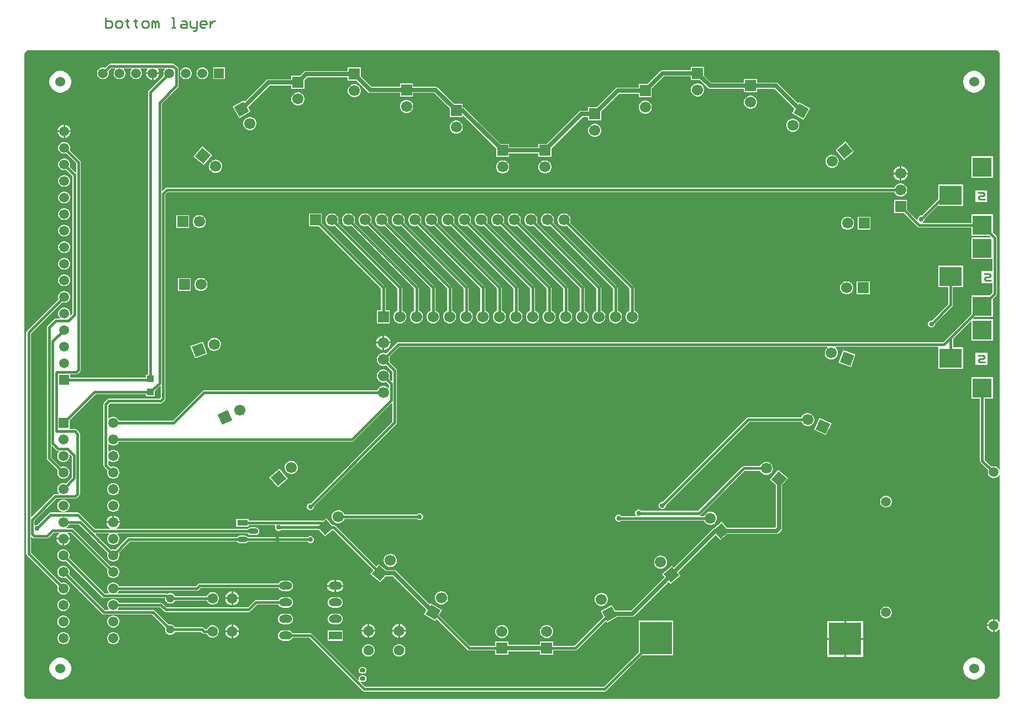
<source format=gbl>
G04*
G04 #@! TF.GenerationSoftware,Altium Limited,Altium Designer,21.2.1 (34)*
G04*
G04 Layer_Physical_Order=2*
G04 Layer_Color=16711680*
%FSLAX24Y24*%
%MOIN*%
G70*
G04*
G04 #@! TF.SameCoordinates,E21C5DDE-85CC-462C-932C-37DFDCE46009*
G04*
G04*
G04 #@! TF.FilePolarity,Positive*
G04*
G01*
G75*
%ADD10C,0.0100*%
%ADD17R,0.0394X0.0394*%
%ADD48C,0.0150*%
%ADD49C,0.0250*%
%ADD50R,0.0630X0.0354*%
%ADD51O,0.0630X0.0354*%
%ADD52R,0.0591X0.0591*%
%ADD53C,0.0591*%
%ADD54R,0.0669X0.0669*%
%ADD55C,0.0669*%
%ADD56R,0.0591X0.0591*%
%ADD57O,0.0354X0.0276*%
%ADD58C,0.0630*%
%ADD59R,0.0669X0.0669*%
%ADD60P,0.0947X4X75.0*%
%ADD61P,0.0947X4X95.0*%
%ADD62P,0.0947X4X265.0*%
%ADD63P,0.0947X4X185.0*%
%ADD64C,0.0610*%
%ADD65R,0.0610X0.0610*%
%ADD66C,0.0512*%
%ADD67R,0.0800X0.0500*%
%ADD68O,0.0800X0.0500*%
%ADD69P,0.0947X4X155.0*%
%ADD70P,0.0947X4X160.0*%
%ADD71P,0.0947X4X175.0*%
%ADD72P,0.0947X4X195.0*%
%ADD73P,0.0947X4X290.0*%
%ADD74P,0.0947X4X295.0*%
%ADD75C,0.0600*%
%ADD76C,0.0300*%
%ADD77R,0.1969X0.1969*%
%ADD78R,0.1181X0.1181*%
%ADD79R,0.1378X0.1181*%
G36*
X58694Y39250D02*
X58720Y39247D01*
X58793Y39217D01*
X58855Y39169D01*
X58903Y39106D01*
X58933Y39034D01*
X58943Y38956D01*
X58943Y38956D01*
X58943D01*
X58944Y38955D01*
X58944Y38937D01*
X58942Y38890D01*
X58942Y38890D01*
X58941Y38890D01*
X58942Y38890D01*
X58943Y36114D01*
X58935Y13940D01*
X58885Y13926D01*
X58855Y13979D01*
X58788Y14045D01*
X58707Y14092D01*
X58617Y14116D01*
X58524D01*
X58434Y14092D01*
X58018Y14508D01*
Y18203D01*
X58531D01*
Y19504D01*
X57229D01*
Y18203D01*
X57742D01*
Y14451D01*
X57753Y14398D01*
X57783Y14353D01*
X58239Y13897D01*
X58215Y13807D01*
Y13714D01*
X58239Y13623D01*
X58286Y13542D01*
X58352Y13476D01*
X58433Y13429D01*
X58524Y13405D01*
X58617D01*
X58707Y13429D01*
X58788Y13476D01*
X58855Y13542D01*
X58885Y13595D01*
X58935Y13581D01*
X58932Y4763D01*
X58931Y4763D01*
X58882Y4756D01*
X58813Y4825D01*
X58723Y4877D01*
X58622Y4904D01*
X58620D01*
Y4509D01*
Y4113D01*
X58622D01*
X58723Y4140D01*
X58813Y4192D01*
X58881Y4261D01*
X58931Y4253D01*
X58930Y353D01*
X58929Y352D01*
X58929Y352D01*
X58929Y348D01*
X58920Y277D01*
X58892Y211D01*
X58849Y154D01*
X58792Y110D01*
X58726Y83D01*
X58658Y74D01*
X58658Y74D01*
Y74D01*
X58657Y73D01*
X378Y71D01*
X377Y73D01*
Y73D01*
X377Y73D01*
X311Y81D01*
X243Y109D01*
X185Y154D01*
X141Y212D01*
X112Y280D01*
X108Y312D01*
X104Y360D01*
X104D01*
X102Y409D01*
X102Y38901D01*
X104Y38950D01*
D01*
X106Y38998D01*
X112Y39041D01*
X124Y39069D01*
X147Y39110D01*
X191Y39160D01*
X243Y39200D01*
X303Y39230D01*
X367Y39248D01*
X400Y39250D01*
X400Y39250D01*
X58694Y39250D01*
D02*
G37*
%LPC*%
G36*
X9075Y38428D02*
X5278D01*
X5226Y38417D01*
X5181Y38387D01*
X4975Y38181D01*
X4885Y38205D01*
X4791D01*
X4701Y38181D01*
X4620Y38134D01*
X4554Y38068D01*
X4507Y37987D01*
X4483Y37897D01*
Y37803D01*
X4507Y37713D01*
X4554Y37632D01*
X4620Y37566D01*
X4701Y37519D01*
X4791Y37495D01*
X4885D01*
X4975Y37519D01*
X5056Y37566D01*
X5122Y37632D01*
X5169Y37713D01*
X5193Y37803D01*
Y37897D01*
X5169Y37987D01*
X5335Y38152D01*
X5567D01*
X5588Y38102D01*
X5554Y38068D01*
X5507Y37987D01*
X5483Y37897D01*
Y37803D01*
X5507Y37713D01*
X5554Y37632D01*
X5620Y37566D01*
X5701Y37519D01*
X5791Y37495D01*
X5885D01*
X5975Y37519D01*
X6056Y37566D01*
X6122Y37632D01*
X6169Y37713D01*
X6193Y37803D01*
Y37897D01*
X6169Y37987D01*
X6122Y38068D01*
X6088Y38102D01*
X6109Y38152D01*
X6567D01*
X6588Y38102D01*
X6554Y38068D01*
X6507Y37987D01*
X6483Y37897D01*
Y37803D01*
X6507Y37713D01*
X6554Y37632D01*
X6620Y37566D01*
X6701Y37519D01*
X6791Y37495D01*
X6885D01*
X6975Y37519D01*
X7056Y37566D01*
X7122Y37632D01*
X7169Y37713D01*
X7193Y37803D01*
Y37897D01*
X7169Y37987D01*
X7122Y38068D01*
X7088Y38102D01*
X7109Y38152D01*
X7516D01*
X7535Y38106D01*
X7522Y38093D01*
X7470Y38003D01*
X7443Y37902D01*
Y37900D01*
X7838D01*
X8233D01*
Y37902D01*
X8207Y38003D01*
X8154Y38093D01*
X8141Y38106D01*
X8160Y38152D01*
X8567D01*
X8588Y38102D01*
X8554Y38068D01*
X8507Y37987D01*
X8483Y37897D01*
Y37803D01*
X8507Y37713D01*
X7603Y36809D01*
X7573Y36765D01*
X7562Y36712D01*
Y19651D01*
X7443D01*
Y19488D01*
X2855D01*
Y19682D01*
X3230D01*
X3283Y19693D01*
X3327Y19723D01*
X3457Y19853D01*
X3487Y19897D01*
X3498Y19950D01*
X3498Y19950D01*
Y32490D01*
X3498Y32490D01*
X3487Y32543D01*
X3457Y32587D01*
X3457Y32587D01*
X2831Y33213D01*
X2855Y33303D01*
Y33397D01*
X2831Y33487D01*
X2784Y33568D01*
X2718Y33634D01*
X2637Y33681D01*
X2547Y33705D01*
X2453D01*
X2363Y33681D01*
X2282Y33634D01*
X2216Y33568D01*
X2169Y33487D01*
X2145Y33397D01*
Y33303D01*
X2169Y33213D01*
X2216Y33132D01*
X2282Y33066D01*
X2363Y33019D01*
X2453Y32995D01*
X2547D01*
X2637Y33019D01*
X3222Y32433D01*
Y31888D01*
X3176Y31869D01*
X2831Y32213D01*
X2855Y32303D01*
Y32397D01*
X2831Y32487D01*
X2784Y32568D01*
X2718Y32634D01*
X2637Y32681D01*
X2547Y32705D01*
X2453D01*
X2363Y32681D01*
X2282Y32634D01*
X2216Y32568D01*
X2169Y32487D01*
X2145Y32397D01*
Y32303D01*
X2169Y32213D01*
X2216Y32132D01*
X2282Y32066D01*
X2363Y32019D01*
X2453Y31995D01*
X2547D01*
X2637Y32019D01*
X3003Y31653D01*
Y23332D01*
X2883Y23212D01*
X2838Y23238D01*
X2855Y23303D01*
Y23397D01*
X2831Y23487D01*
X2784Y23568D01*
X2718Y23634D01*
X2637Y23681D01*
X2547Y23705D01*
X2453D01*
X2363Y23681D01*
X2282Y23634D01*
X2216Y23568D01*
X2169Y23487D01*
X2145Y23397D01*
Y23303D01*
X2169Y23213D01*
X2216Y23132D01*
X2250Y23098D01*
X2229Y23048D01*
X2011D01*
X2011Y23048D01*
X1959Y23037D01*
X1914Y23007D01*
X1503Y22596D01*
X1473Y22551D01*
X1462Y22499D01*
Y14592D01*
X1473Y14540D01*
X1503Y14495D01*
X2112Y13886D01*
X2110Y13883D01*
X2085Y13790D01*
Y13694D01*
X2110Y13601D01*
X2158Y13518D01*
X2226Y13450D01*
X2309Y13402D01*
X2402Y13377D01*
X2498D01*
X2591Y13402D01*
X2674Y13450D01*
X2742Y13518D01*
X2790Y13601D01*
X2815Y13694D01*
Y13790D01*
X2790Y13883D01*
X2742Y13966D01*
X2674Y14034D01*
X2591Y14082D01*
X2498Y14107D01*
X2402D01*
X2309Y14082D01*
X2306Y14081D01*
X1738Y14649D01*
Y15322D01*
X1784Y15342D01*
X2041Y15084D01*
X2041Y15084D01*
X2086Y15054D01*
X2139Y15044D01*
X2165D01*
X2186Y14994D01*
X2158Y14965D01*
X2110Y14882D01*
X2085Y14789D01*
Y14693D01*
X2110Y14600D01*
X2158Y14517D01*
X2226Y14449D01*
X2309Y14401D01*
X2402Y14376D01*
X2498D01*
X2591Y14401D01*
X2674Y14449D01*
X2742Y14517D01*
X2790Y14600D01*
X2815Y14693D01*
Y14789D01*
X2811Y14805D01*
X2856Y14831D01*
X2962Y14724D01*
Y13450D01*
X2594Y13082D01*
X2591Y13083D01*
X2498Y13108D01*
X2402D01*
X2309Y13083D01*
X2226Y13035D01*
X2158Y12967D01*
X2110Y12884D01*
X2085Y12791D01*
Y12695D01*
X2110Y12602D01*
X2158Y12519D01*
X2189Y12488D01*
X2169Y12438D01*
X1970D01*
X1917Y12427D01*
X1873Y12397D01*
X534Y11058D01*
X488Y11078D01*
Y22143D01*
X2363Y24019D01*
X2453Y23995D01*
X2547D01*
X2637Y24019D01*
X2718Y24066D01*
X2784Y24132D01*
X2831Y24213D01*
X2855Y24303D01*
Y24397D01*
X2831Y24487D01*
X2784Y24568D01*
X2718Y24634D01*
X2637Y24681D01*
X2547Y24705D01*
X2453D01*
X2363Y24681D01*
X2282Y24634D01*
X2216Y24568D01*
X2169Y24487D01*
X2145Y24397D01*
Y24303D01*
X2169Y24213D01*
X253Y22297D01*
X223Y22253D01*
X212Y22200D01*
Y8849D01*
X223Y8796D01*
X253Y8752D01*
X2112Y6893D01*
X2110Y6890D01*
X2085Y6797D01*
Y6701D01*
X2110Y6608D01*
X2158Y6525D01*
X2226Y6457D01*
X2309Y6409D01*
X2402Y6384D01*
X2498D01*
X2591Y6409D01*
X2674Y6457D01*
X2742Y6525D01*
X2790Y6608D01*
X2815Y6701D01*
Y6797D01*
X2790Y6890D01*
X2742Y6973D01*
X2674Y7041D01*
X2591Y7089D01*
X2498Y7114D01*
X2402D01*
X2309Y7089D01*
X2306Y7087D01*
X488Y8906D01*
Y9862D01*
X534Y9882D01*
X603Y9813D01*
X647Y9783D01*
X700Y9772D01*
X1460D01*
X1513Y9783D01*
X1557Y9813D01*
X1857Y10112D01*
X2182D01*
X2193Y10062D01*
X2126Y9995D01*
X2073Y9902D01*
X2045Y9799D01*
Y9796D01*
X2450D01*
X2855D01*
Y9799D01*
X2827Y9902D01*
X2774Y9995D01*
X2707Y10062D01*
X2718Y10112D01*
X2898D01*
X5119Y7892D01*
X5117Y7889D01*
X5092Y7796D01*
Y7700D01*
X5117Y7607D01*
X5165Y7524D01*
X5233Y7456D01*
X5316Y7408D01*
X5409Y7383D01*
X5505D01*
X5598Y7408D01*
X5681Y7456D01*
X5749Y7524D01*
X5797Y7607D01*
X5822Y7700D01*
Y7796D01*
X5797Y7889D01*
X5749Y7972D01*
X5681Y8040D01*
X5598Y8088D01*
X5505Y8113D01*
X5409D01*
X5316Y8088D01*
X5313Y8087D01*
X3053Y10347D01*
X3008Y10377D01*
X2955Y10388D01*
X2661D01*
X2647Y10438D01*
X2674Y10453D01*
X2742Y10521D01*
X2790Y10604D01*
X2791Y10608D01*
X3402D01*
X5119Y8891D01*
X5117Y8888D01*
X5092Y8795D01*
Y8699D01*
X5117Y8606D01*
X5165Y8523D01*
X5233Y8455D01*
X5316Y8407D01*
X5409Y8382D01*
X5505D01*
X5598Y8407D01*
X5681Y8455D01*
X5749Y8523D01*
X5797Y8606D01*
X5822Y8699D01*
Y8795D01*
X5797Y8888D01*
X5796Y8891D01*
X6467Y9562D01*
X12919D01*
X12941Y9529D01*
X13020Y9477D01*
X13112Y9458D01*
X13388D01*
X13480Y9477D01*
X13559Y9529D01*
X13581Y9562D01*
X17191D01*
X17231Y9522D01*
X17308Y9490D01*
X17392D01*
X17469Y9522D01*
X17528Y9581D01*
X17560Y9658D01*
Y9742D01*
X17528Y9819D01*
X17469Y9878D01*
X17392Y9910D01*
X17308D01*
X17231Y9878D01*
X17191Y9838D01*
X13581D01*
X13559Y9871D01*
X13480Y9923D01*
X13388Y9942D01*
X13112D01*
X13020Y9923D01*
X12941Y9871D01*
X12919Y9838D01*
X6410D01*
X6410Y9838D01*
X6357Y9827D01*
X6313Y9797D01*
X5601Y9086D01*
X5598Y9087D01*
X5505Y9112D01*
X5409D01*
X5316Y9087D01*
X5313Y9086D01*
X4383Y10016D01*
X4402Y10062D01*
X5186D01*
X5207Y10012D01*
X5165Y9970D01*
X5117Y9887D01*
X5092Y9794D01*
Y9698D01*
X5117Y9605D01*
X5165Y9522D01*
X5233Y9454D01*
X5316Y9406D01*
X5409Y9381D01*
X5505D01*
X5598Y9406D01*
X5681Y9454D01*
X5749Y9522D01*
X5797Y9605D01*
X5822Y9698D01*
Y9794D01*
X5797Y9887D01*
X5749Y9970D01*
X5707Y10012D01*
X5728Y10062D01*
X13569D01*
X13591Y10029D01*
X13670Y9977D01*
X13762Y9958D01*
X14038D01*
X14130Y9977D01*
X14209Y10029D01*
X14261Y10107D01*
X14280Y10200D01*
X14261Y10293D01*
X14209Y10371D01*
X14130Y10423D01*
X14038Y10442D01*
X13762D01*
X13670Y10423D01*
X13591Y10371D01*
X13569Y10338D01*
X5661D01*
X5648Y10388D01*
X5706Y10421D01*
X5781Y10497D01*
X5835Y10589D01*
X5862Y10692D01*
Y10695D01*
X5457D01*
X5052D01*
Y10692D01*
X5080Y10589D01*
X5133Y10497D01*
X5209Y10421D01*
X5267Y10388D01*
X5253Y10338D01*
X4367D01*
X3417Y11287D01*
X3373Y11317D01*
X3320Y11328D01*
X1680D01*
X1627Y11317D01*
X1583Y11287D01*
X865Y10570D01*
X808D01*
X748Y10545D01*
X698Y10570D01*
Y10833D01*
X2027Y12162D01*
X3160D01*
X3213Y12173D01*
X3257Y12203D01*
X3407Y12353D01*
X3437Y12397D01*
X3448Y12450D01*
Y16075D01*
X3437Y16128D01*
X3407Y16172D01*
X3252Y16327D01*
X3208Y16357D01*
X3155Y16368D01*
X2873D01*
X2826Y16374D01*
Y16910D01*
X4385Y18469D01*
X7443D01*
Y18349D01*
X7957D01*
Y18668D01*
X8276Y18988D01*
X8322Y18969D01*
Y18252D01*
X8268Y18198D01*
X5200D01*
X5200Y18198D01*
X5147Y18187D01*
X5103Y18157D01*
X5103Y18157D01*
X4913Y17967D01*
X4883Y17923D01*
X4872Y17870D01*
Y14189D01*
X4883Y14137D01*
X4913Y14092D01*
X5119Y13886D01*
X5117Y13883D01*
X5092Y13790D01*
Y13694D01*
X5117Y13601D01*
X5165Y13518D01*
X5233Y13450D01*
X5316Y13402D01*
X5409Y13377D01*
X5505D01*
X5598Y13402D01*
X5681Y13450D01*
X5749Y13518D01*
X5797Y13601D01*
X5822Y13694D01*
Y13790D01*
X5797Y13883D01*
X5749Y13966D01*
X5681Y14034D01*
X5598Y14082D01*
X5505Y14107D01*
X5409D01*
X5316Y14082D01*
X5313Y14081D01*
X5148Y14247D01*
Y14464D01*
X5198Y14485D01*
X5233Y14449D01*
X5316Y14401D01*
X5409Y14376D01*
X5505D01*
X5598Y14401D01*
X5681Y14449D01*
X5749Y14517D01*
X5797Y14600D01*
X5822Y14693D01*
Y14789D01*
X5797Y14882D01*
X5749Y14965D01*
X5681Y15033D01*
X5598Y15081D01*
X5505Y15106D01*
X5409D01*
X5316Y15081D01*
X5233Y15033D01*
X5198Y14998D01*
X5148Y15019D01*
Y15463D01*
X5198Y15484D01*
X5233Y15448D01*
X5316Y15400D01*
X5409Y15375D01*
X5505D01*
X5598Y15400D01*
X5681Y15448D01*
X5749Y15516D01*
X5797Y15599D01*
X5798Y15603D01*
X19860D01*
X19913Y15613D01*
X19958Y15643D01*
X22246Y17931D01*
X22292Y17912D01*
Y16817D01*
X17365Y11890D01*
X17308D01*
X17231Y11858D01*
X17172Y11799D01*
X17140Y11722D01*
Y11638D01*
X17172Y11561D01*
X17231Y11502D01*
X17308Y11470D01*
X17392D01*
X17469Y11502D01*
X17528Y11561D01*
X17560Y11638D01*
Y11695D01*
X22527Y16663D01*
X22557Y16707D01*
X22568Y16760D01*
Y19895D01*
X22557Y19948D01*
X22527Y19993D01*
X22110Y20410D01*
X22118Y20423D01*
X22145Y20523D01*
Y20627D01*
X22118Y20728D01*
X22110Y20741D01*
X22712Y21342D01*
X48546D01*
X48557Y21292D01*
X48487Y21234D01*
X48427Y21149D01*
X48392Y21051D01*
X48382Y20947D01*
X48401Y20845D01*
X48444Y20751D01*
X48511Y20671D01*
X48596Y20612D01*
X48694Y20576D01*
X48798Y20567D01*
X48900Y20585D01*
X48994Y20629D01*
X49074Y20696D01*
X49133Y20781D01*
X49169Y20879D01*
X49178Y20982D01*
X49160Y21084D01*
X49116Y21179D01*
X49049Y21258D01*
X49000Y21292D01*
X49016Y21342D01*
X55203D01*
X55231Y21304D01*
Y20003D01*
X56729D01*
Y21304D01*
X56118D01*
Y21831D01*
X57183Y22897D01*
X57229Y22877D01*
Y21703D01*
X58531D01*
Y23004D01*
X57356D01*
X57337Y23050D01*
X57414Y23127D01*
X58521D01*
Y24234D01*
X58737Y24451D01*
X58737Y24451D01*
X58767Y24495D01*
X58778Y24548D01*
Y27911D01*
X58767Y27964D01*
X58737Y28008D01*
X58737Y28008D01*
X58521Y28225D01*
Y29332D01*
X57219D01*
Y28819D01*
X54321D01*
X54311Y28869D01*
X54319Y28872D01*
X54378Y28931D01*
X54410Y29008D01*
Y29065D01*
X55189Y29844D01*
X55221Y29831D01*
Y29831D01*
X56719D01*
Y31132D01*
X55221D01*
Y30266D01*
X54215Y29260D01*
X54158D01*
X54081Y29228D01*
X54022Y29169D01*
X53990Y29092D01*
Y29025D01*
X53943Y29002D01*
X53345Y29600D01*
Y30195D01*
X52555D01*
Y29405D01*
X53150D01*
X53972Y28584D01*
X53972Y28584D01*
X54016Y28554D01*
X54069Y28543D01*
X54069Y28543D01*
X57219D01*
Y28031D01*
X58326D01*
X58382Y27975D01*
X58363Y27929D01*
X57219D01*
Y26627D01*
X58502D01*
Y25910D01*
X57840D01*
Y25190D01*
X58502D01*
Y24605D01*
X58326Y24429D01*
X57219D01*
Y23322D01*
X55883Y21985D01*
X55883Y21985D01*
X55515Y21618D01*
X22655D01*
X22602Y21607D01*
X22557Y21577D01*
X22557Y21577D01*
X21915Y20935D01*
X21902Y20943D01*
X21802Y20970D01*
X21698D01*
X21598Y20943D01*
X21508Y20891D01*
X21434Y20818D01*
X21382Y20728D01*
X21355Y20627D01*
Y20523D01*
X21382Y20423D01*
X21434Y20333D01*
X21508Y20259D01*
X21598Y20207D01*
X21698Y20181D01*
X21802D01*
X21902Y20207D01*
X21915Y20215D01*
X22292Y19838D01*
Y19293D01*
X22246Y19274D01*
X22110Y19410D01*
X22118Y19423D01*
X22145Y19523D01*
Y19627D01*
X22118Y19728D01*
X22066Y19818D01*
X21992Y19891D01*
X21902Y19943D01*
X21802Y19970D01*
X21698D01*
X21598Y19943D01*
X21508Y19891D01*
X21434Y19818D01*
X21382Y19728D01*
X21355Y19627D01*
Y19523D01*
X21382Y19423D01*
X21434Y19333D01*
X21508Y19259D01*
X21598Y19207D01*
X21698Y19181D01*
X21802D01*
X21902Y19207D01*
X21915Y19215D01*
X22082Y19048D01*
Y18872D01*
X22032Y18851D01*
X21992Y18891D01*
X21902Y18943D01*
X21802Y18970D01*
X21698D01*
X21598Y18943D01*
X21508Y18891D01*
X21434Y18818D01*
X21382Y18728D01*
X21378Y18713D01*
X10946D01*
X10893Y18702D01*
X10848Y18673D01*
X9053Y16877D01*
X5794D01*
X5793Y16880D01*
X5745Y16964D01*
X5677Y17031D01*
X5594Y17080D01*
X5501Y17104D01*
X5405D01*
X5312Y17080D01*
X5229Y17031D01*
X5198Y17000D01*
X5148Y17021D01*
Y17813D01*
X5257Y17922D01*
X8325D01*
X8378Y17933D01*
X8422Y17963D01*
X8557Y18098D01*
X8587Y18142D01*
X8598Y18195D01*
X8598Y18195D01*
Y30518D01*
X8742Y30662D01*
X52578D01*
X52582Y30648D01*
X52634Y30558D01*
X52708Y30484D01*
X52798Y30432D01*
X52898Y30405D01*
X53002D01*
X53102Y30432D01*
X53192Y30484D01*
X53266Y30558D01*
X53318Y30648D01*
X53345Y30748D01*
Y30852D01*
X53318Y30952D01*
X53266Y31042D01*
X53192Y31116D01*
X53102Y31168D01*
X53002Y31195D01*
X52898D01*
X52798Y31168D01*
X52708Y31116D01*
X52634Y31042D01*
X52582Y30952D01*
X52578Y30938D01*
X8685D01*
X8632Y30927D01*
X8588Y30897D01*
X8434Y30744D01*
X8388Y30763D01*
Y36023D01*
X9367Y37003D01*
X9397Y37047D01*
X9408Y37100D01*
X9408Y37100D01*
Y38095D01*
X9408Y38095D01*
X9397Y38148D01*
X9367Y38192D01*
X9367Y38192D01*
X9172Y38387D01*
X9128Y38417D01*
X9075Y38428D01*
D02*
G37*
G36*
X12193Y38205D02*
X11483D01*
Y37495D01*
X12193D01*
Y38205D01*
D02*
G37*
G36*
X10885D02*
X10791D01*
X10701Y38181D01*
X10620Y38134D01*
X10554Y38068D01*
X10507Y37987D01*
X10483Y37897D01*
Y37803D01*
X10507Y37713D01*
X10554Y37632D01*
X10620Y37566D01*
X10701Y37519D01*
X10791Y37495D01*
X10885D01*
X10975Y37519D01*
X11056Y37566D01*
X11122Y37632D01*
X11169Y37713D01*
X11193Y37803D01*
Y37897D01*
X11169Y37987D01*
X11122Y38068D01*
X11056Y38134D01*
X10975Y38181D01*
X10885Y38205D01*
D02*
G37*
G36*
X9885D02*
X9791D01*
X9701Y38181D01*
X9620Y38134D01*
X9554Y38068D01*
X9507Y37987D01*
X9483Y37897D01*
Y37803D01*
X9507Y37713D01*
X9554Y37632D01*
X9620Y37566D01*
X9701Y37519D01*
X9791Y37495D01*
X9885D01*
X9975Y37519D01*
X10056Y37566D01*
X10122Y37632D01*
X10169Y37713D01*
X10193Y37803D01*
Y37897D01*
X10169Y37987D01*
X10122Y38068D01*
X10056Y38134D01*
X9975Y38181D01*
X9885Y38205D01*
D02*
G37*
G36*
X8233Y37800D02*
X7888D01*
Y37455D01*
X7890D01*
X7991Y37482D01*
X8081Y37534D01*
X8154Y37607D01*
X8207Y37697D01*
X8233Y37798D01*
Y37800D01*
D02*
G37*
G36*
X7788D02*
X7443D01*
Y37798D01*
X7470Y37697D01*
X7522Y37607D01*
X7595Y37534D01*
X7686Y37482D01*
X7786Y37455D01*
X7788D01*
Y37800D01*
D02*
G37*
G36*
X57451Y37994D02*
X57322D01*
X57196Y37969D01*
X57076Y37919D01*
X56969Y37848D01*
X56878Y37757D01*
X56806Y37649D01*
X56757Y37530D01*
X56732Y37403D01*
Y37274D01*
X56757Y37148D01*
X56806Y37029D01*
X56878Y36921D01*
X56969Y36830D01*
X57076Y36759D01*
X57196Y36709D01*
X57322Y36684D01*
X57451D01*
X57578Y36709D01*
X57697Y36759D01*
X57804Y36830D01*
X57895Y36921D01*
X57967Y37029D01*
X58016Y37148D01*
X58042Y37274D01*
Y37403D01*
X58016Y37530D01*
X57967Y37649D01*
X57895Y37757D01*
X57804Y37848D01*
X57697Y37919D01*
X57578Y37969D01*
X57451Y37994D01*
D02*
G37*
G36*
X2333D02*
X2204D01*
X2077Y37969D01*
X1958Y37919D01*
X1851Y37848D01*
X1760Y37757D01*
X1688Y37649D01*
X1639Y37530D01*
X1613Y37403D01*
Y37274D01*
X1639Y37148D01*
X1688Y37029D01*
X1760Y36921D01*
X1851Y36830D01*
X1958Y36759D01*
X2077Y36709D01*
X2204Y36684D01*
X2333D01*
X2460Y36709D01*
X2579Y36759D01*
X2686Y36830D01*
X2777Y36921D01*
X2849Y37029D01*
X2898Y37148D01*
X2923Y37274D01*
Y37403D01*
X2898Y37530D01*
X2849Y37649D01*
X2777Y37757D01*
X2686Y37848D01*
X2579Y37919D01*
X2460Y37969D01*
X2333Y37994D01*
D02*
G37*
G36*
X40752Y37245D02*
X40648D01*
X40548Y37218D01*
X40458Y37166D01*
X40384Y37092D01*
X40332Y37002D01*
X40305Y36902D01*
Y36798D01*
X40332Y36698D01*
X40384Y36608D01*
X40458Y36534D01*
X40548Y36482D01*
X40648Y36455D01*
X40752D01*
X40852Y36482D01*
X40942Y36534D01*
X41016Y36608D01*
X41068Y36698D01*
X41095Y36798D01*
Y36902D01*
X41068Y37002D01*
X41016Y37092D01*
X40942Y37166D01*
X40852Y37218D01*
X40752Y37245D01*
D02*
G37*
G36*
X20052Y37195D02*
X19948D01*
X19848Y37168D01*
X19758Y37116D01*
X19684Y37042D01*
X19632Y36952D01*
X19605Y36852D01*
Y36748D01*
X19632Y36648D01*
X19684Y36558D01*
X19758Y36484D01*
X19848Y36432D01*
X19948Y36405D01*
X20052D01*
X20152Y36432D01*
X20242Y36484D01*
X20316Y36558D01*
X20368Y36648D01*
X20395Y36748D01*
Y36852D01*
X20368Y36952D01*
X20316Y37042D01*
X20242Y37116D01*
X20152Y37168D01*
X20052Y37195D01*
D02*
G37*
G36*
X16652Y36695D02*
X16548D01*
X16448Y36668D01*
X16358Y36616D01*
X16284Y36542D01*
X16232Y36452D01*
X16205Y36352D01*
Y36248D01*
X16232Y36148D01*
X16284Y36058D01*
X16358Y35984D01*
X16448Y35932D01*
X16548Y35905D01*
X16652D01*
X16752Y35932D01*
X16842Y35984D01*
X16916Y36058D01*
X16968Y36148D01*
X16995Y36248D01*
Y36352D01*
X16968Y36452D01*
X16916Y36542D01*
X16842Y36616D01*
X16752Y36668D01*
X16652Y36695D01*
D02*
G37*
G36*
X43952Y36495D02*
X43848D01*
X43748Y36468D01*
X43658Y36416D01*
X43584Y36342D01*
X43532Y36252D01*
X43505Y36152D01*
Y36048D01*
X43532Y35948D01*
X43584Y35858D01*
X43658Y35784D01*
X43748Y35732D01*
X43848Y35705D01*
X43952D01*
X44052Y35732D01*
X44142Y35784D01*
X44216Y35858D01*
X44268Y35948D01*
X44295Y36048D01*
Y36152D01*
X44268Y36252D01*
X44216Y36342D01*
X44142Y36416D01*
X44052Y36468D01*
X43952Y36495D01*
D02*
G37*
G36*
X23202Y36245D02*
X23098D01*
X22998Y36218D01*
X22908Y36166D01*
X22834Y36092D01*
X22782Y36002D01*
X22755Y35902D01*
Y35798D01*
X22782Y35698D01*
X22834Y35608D01*
X22908Y35534D01*
X22998Y35482D01*
X23098Y35455D01*
X23202D01*
X23302Y35482D01*
X23392Y35534D01*
X23466Y35608D01*
X23518Y35698D01*
X23545Y35798D01*
Y35902D01*
X23518Y36002D01*
X23466Y36092D01*
X23392Y36166D01*
X23302Y36218D01*
X23202Y36245D01*
D02*
G37*
G36*
X37602Y36195D02*
X37498D01*
X37398Y36168D01*
X37308Y36116D01*
X37234Y36042D01*
X37182Y35952D01*
X37155Y35852D01*
Y35748D01*
X37182Y35648D01*
X37234Y35558D01*
X37308Y35484D01*
X37398Y35432D01*
X37498Y35405D01*
X37602D01*
X37702Y35432D01*
X37792Y35484D01*
X37866Y35558D01*
X37918Y35648D01*
X37945Y35748D01*
Y35852D01*
X37918Y35952D01*
X37866Y36042D01*
X37792Y36116D01*
X37702Y36168D01*
X37602Y36195D01*
D02*
G37*
G36*
X13752Y35212D02*
X13648D01*
X13548Y35185D01*
X13458Y35133D01*
X13384Y35059D01*
X13332Y34969D01*
X13305Y34869D01*
Y34765D01*
X13332Y34665D01*
X13384Y34575D01*
X13458Y34501D01*
X13548Y34449D01*
X13648Y34422D01*
X13752D01*
X13852Y34449D01*
X13942Y34501D01*
X14016Y34575D01*
X14068Y34665D01*
X14095Y34765D01*
Y34869D01*
X14068Y34969D01*
X14016Y35059D01*
X13942Y35133D01*
X13852Y35185D01*
X13752Y35212D01*
D02*
G37*
G36*
X2552Y34745D02*
X2550D01*
Y34400D01*
X2895D01*
Y34402D01*
X2868Y34503D01*
X2816Y34593D01*
X2743Y34666D01*
X2653Y34718D01*
X2552Y34745D01*
D02*
G37*
G36*
X2450D02*
X2448D01*
X2347Y34718D01*
X2257Y34666D01*
X2184Y34593D01*
X2132Y34503D01*
X2105Y34402D01*
Y34400D01*
X2450D01*
Y34745D01*
D02*
G37*
G36*
X46502Y35112D02*
X46398D01*
X46298Y35085D01*
X46208Y35033D01*
X46134Y34959D01*
X46082Y34869D01*
X46055Y34769D01*
Y34665D01*
X46082Y34565D01*
X46134Y34475D01*
X46208Y34401D01*
X46298Y34349D01*
X46398Y34322D01*
X46502D01*
X46602Y34349D01*
X46692Y34401D01*
X46766Y34475D01*
X46818Y34565D01*
X46845Y34665D01*
Y34769D01*
X46818Y34869D01*
X46766Y34959D01*
X46692Y35033D01*
X46602Y35085D01*
X46502Y35112D01*
D02*
G37*
G36*
X26202Y34995D02*
X26098D01*
X25998Y34968D01*
X25908Y34916D01*
X25834Y34842D01*
X25782Y34752D01*
X25755Y34652D01*
Y34548D01*
X25782Y34448D01*
X25834Y34358D01*
X25908Y34284D01*
X25998Y34232D01*
X26098Y34205D01*
X26202D01*
X26302Y34232D01*
X26392Y34284D01*
X26466Y34358D01*
X26518Y34448D01*
X26545Y34548D01*
Y34652D01*
X26518Y34752D01*
X26466Y34842D01*
X26392Y34916D01*
X26302Y34968D01*
X26202Y34995D01*
D02*
G37*
G36*
X34552Y34795D02*
X34448D01*
X34348Y34768D01*
X34258Y34716D01*
X34184Y34642D01*
X34132Y34552D01*
X34105Y34452D01*
Y34348D01*
X34132Y34248D01*
X34184Y34158D01*
X34258Y34084D01*
X34348Y34032D01*
X34448Y34005D01*
X34552D01*
X34652Y34032D01*
X34742Y34084D01*
X34816Y34158D01*
X34868Y34248D01*
X34895Y34348D01*
Y34452D01*
X34868Y34552D01*
X34816Y34642D01*
X34742Y34716D01*
X34652Y34768D01*
X34552Y34795D01*
D02*
G37*
G36*
X2895Y34300D02*
X2550D01*
Y33955D01*
X2552D01*
X2653Y33982D01*
X2743Y34034D01*
X2816Y34107D01*
X2868Y34197D01*
X2895Y34298D01*
Y34300D01*
D02*
G37*
G36*
X2450D02*
X2105D01*
Y34298D01*
X2132Y34197D01*
X2184Y34107D01*
X2257Y34034D01*
X2347Y33982D01*
X2448Y33955D01*
X2450D01*
Y34300D01*
D02*
G37*
G36*
X41095Y38245D02*
X40305D01*
Y38039D01*
X38600D01*
X38528Y38024D01*
X38467Y37983D01*
X37678Y37195D01*
X37155D01*
Y36989D01*
X35900D01*
X35828Y36974D01*
X35767Y36933D01*
X34628Y35795D01*
X34105D01*
Y35589D01*
X33706D01*
X33634Y35574D01*
X33573Y35533D01*
X31628Y33588D01*
X31105D01*
Y33382D01*
X29345D01*
Y33588D01*
X28822D01*
X26677Y35733D01*
X26616Y35774D01*
X26545Y35788D01*
Y35995D01*
X26022D01*
X25033Y36983D01*
X24972Y37024D01*
X24900Y37039D01*
X23545D01*
Y37245D01*
X22755D01*
Y37039D01*
X21028D01*
X20395Y37672D01*
Y38195D01*
X19605D01*
Y37989D01*
X17100D01*
X17028Y37974D01*
X16967Y37933D01*
X16728Y37695D01*
X16205D01*
Y37489D01*
X14817D01*
X14745Y37474D01*
X14684Y37433D01*
X13420Y36170D01*
X13371Y36177D01*
X13344Y36222D01*
X12661Y35827D01*
X13056Y35144D01*
X13739Y35539D01*
X13587Y35803D01*
X14895Y37111D01*
X16205D01*
Y36905D01*
X16995D01*
Y37428D01*
X17178Y37611D01*
X19605D01*
Y37405D01*
X20128D01*
X20817Y36717D01*
X20878Y36676D01*
X20950Y36661D01*
X22755D01*
Y36455D01*
X23545D01*
Y36661D01*
X24822D01*
X25755Y35728D01*
Y35205D01*
X26545D01*
Y35267D01*
X26591Y35286D01*
X28555Y33322D01*
Y32799D01*
X29345D01*
Y33005D01*
X31105D01*
Y32799D01*
X31895D01*
Y33322D01*
X33784Y35211D01*
X34105D01*
Y35005D01*
X34895D01*
Y35528D01*
X35978Y36611D01*
X37155D01*
Y36405D01*
X37945D01*
Y36928D01*
X38678Y37661D01*
X40305D01*
Y37455D01*
X40828D01*
X41317Y36967D01*
X41378Y36926D01*
X41450Y36911D01*
X43505D01*
Y36705D01*
X44295D01*
Y36911D01*
X45355D01*
X46563Y35703D01*
X46411Y35439D01*
X47094Y35044D01*
X47489Y35727D01*
X46806Y36122D01*
X46779Y36077D01*
X46730Y36070D01*
X45566Y37233D01*
X45505Y37274D01*
X45433Y37289D01*
X44295D01*
Y37495D01*
X43505D01*
Y37289D01*
X41528D01*
X41095Y37722D01*
Y38245D01*
D02*
G37*
G36*
X49632Y33727D02*
X49027Y33220D01*
X49534Y32615D01*
X50139Y33123D01*
X49632Y33727D01*
D02*
G37*
G36*
X10818Y33427D02*
X10311Y32823D01*
X10916Y32315D01*
X11423Y32920D01*
X10818Y33427D01*
D02*
G37*
G36*
X48800Y32926D02*
X48697Y32908D01*
X48603Y32864D01*
X48524Y32798D01*
X48464Y32712D01*
X48428Y32615D01*
X48419Y32511D01*
X48437Y32409D01*
X48481Y32315D01*
X48548Y32235D01*
X48633Y32176D01*
X48731Y32140D01*
X48834Y32131D01*
X48937Y32149D01*
X49031Y32193D01*
X49110Y32260D01*
X49170Y32345D01*
X49206Y32442D01*
X49215Y32546D01*
X49197Y32648D01*
X49153Y32742D01*
X49086Y32822D01*
X49001Y32882D01*
X48903Y32917D01*
X48800Y32926D01*
D02*
G37*
G36*
X53007Y32235D02*
X53000D01*
Y31850D01*
X53385D01*
Y31857D01*
X53355Y31968D01*
X53298Y32067D01*
X53217Y32148D01*
X53118Y32205D01*
X53007Y32235D01*
D02*
G37*
G36*
X52900D02*
X52893D01*
X52782Y32205D01*
X52683Y32148D01*
X52602Y32067D01*
X52545Y31968D01*
X52515Y31857D01*
Y31850D01*
X52900D01*
Y32235D01*
D02*
G37*
G36*
X11650Y32626D02*
X11547Y32617D01*
X11449Y32582D01*
X11364Y32522D01*
X11297Y32442D01*
X11253Y32348D01*
X11235Y32246D01*
X11244Y32142D01*
X11280Y32045D01*
X11340Y31960D01*
X11419Y31893D01*
X11513Y31849D01*
X11616Y31831D01*
X11719Y31840D01*
X11817Y31876D01*
X11902Y31935D01*
X11969Y32015D01*
X12013Y32109D01*
X12031Y32211D01*
X12022Y32315D01*
X11986Y32412D01*
X11926Y32498D01*
X11847Y32564D01*
X11753Y32608D01*
X11650Y32626D01*
D02*
G37*
G36*
X31552Y32588D02*
X31448D01*
X31348Y32561D01*
X31258Y32509D01*
X31184Y32436D01*
X31132Y32346D01*
X31105Y32246D01*
Y32142D01*
X31132Y32041D01*
X31184Y31951D01*
X31258Y31878D01*
X31348Y31826D01*
X31448Y31799D01*
X31552D01*
X31652Y31826D01*
X31742Y31878D01*
X31816Y31951D01*
X31868Y32041D01*
X31895Y32142D01*
Y32246D01*
X31868Y32346D01*
X31816Y32436D01*
X31742Y32509D01*
X31652Y32561D01*
X31552Y32588D01*
D02*
G37*
G36*
X29002D02*
X28898D01*
X28798Y32561D01*
X28708Y32509D01*
X28634Y32436D01*
X28582Y32346D01*
X28555Y32246D01*
Y32142D01*
X28582Y32041D01*
X28634Y31951D01*
X28708Y31878D01*
X28798Y31826D01*
X28898Y31799D01*
X29002D01*
X29102Y31826D01*
X29192Y31878D01*
X29266Y31951D01*
X29318Y32041D01*
X29345Y32142D01*
Y32246D01*
X29318Y32346D01*
X29266Y32436D01*
X29192Y32509D01*
X29102Y32561D01*
X29002Y32588D01*
D02*
G37*
G36*
X58521Y32832D02*
X57219D01*
Y31531D01*
X58521D01*
Y32832D01*
D02*
G37*
G36*
X53385Y31750D02*
X53000D01*
Y31365D01*
X53007D01*
X53118Y31395D01*
X53217Y31452D01*
X53298Y31533D01*
X53355Y31632D01*
X53385Y31743D01*
Y31750D01*
D02*
G37*
G36*
X52900D02*
X52515D01*
Y31743D01*
X52545Y31632D01*
X52602Y31533D01*
X52683Y31452D01*
X52782Y31395D01*
X52893Y31365D01*
X52900D01*
Y31750D01*
D02*
G37*
G36*
X2547Y31705D02*
X2453D01*
X2363Y31681D01*
X2282Y31634D01*
X2216Y31568D01*
X2169Y31487D01*
X2145Y31397D01*
Y31303D01*
X2169Y31213D01*
X2216Y31132D01*
X2282Y31066D01*
X2363Y31019D01*
X2453Y30995D01*
X2547D01*
X2637Y31019D01*
X2718Y31066D01*
X2784Y31132D01*
X2831Y31213D01*
X2855Y31303D01*
Y31397D01*
X2831Y31487D01*
X2784Y31568D01*
X2718Y31634D01*
X2637Y31681D01*
X2547Y31705D01*
D02*
G37*
G36*
X58180Y30791D02*
X57460D01*
Y30071D01*
X58180D01*
Y30791D01*
D02*
G37*
G36*
X2547Y30705D02*
X2453D01*
X2363Y30681D01*
X2282Y30634D01*
X2216Y30568D01*
X2169Y30487D01*
X2145Y30397D01*
Y30303D01*
X2169Y30213D01*
X2216Y30132D01*
X2282Y30066D01*
X2363Y30019D01*
X2453Y29995D01*
X2547D01*
X2637Y30019D01*
X2718Y30066D01*
X2784Y30132D01*
X2831Y30213D01*
X2855Y30303D01*
Y30397D01*
X2831Y30487D01*
X2784Y30568D01*
X2718Y30634D01*
X2637Y30681D01*
X2547Y30705D01*
D02*
G37*
G36*
Y29705D02*
X2453D01*
X2363Y29681D01*
X2282Y29634D01*
X2216Y29568D01*
X2169Y29487D01*
X2145Y29397D01*
Y29303D01*
X2169Y29213D01*
X2216Y29132D01*
X2282Y29066D01*
X2363Y29019D01*
X2453Y28995D01*
X2547D01*
X2637Y29019D01*
X2718Y29066D01*
X2784Y29132D01*
X2831Y29213D01*
X2855Y29303D01*
Y29397D01*
X2831Y29487D01*
X2784Y29568D01*
X2718Y29634D01*
X2637Y29681D01*
X2547Y29705D01*
D02*
G37*
G36*
X10702Y29288D02*
X10598D01*
X10498Y29261D01*
X10408Y29209D01*
X10334Y29136D01*
X10282Y29046D01*
X10255Y28946D01*
Y28842D01*
X10282Y28741D01*
X10334Y28651D01*
X10408Y28578D01*
X10498Y28526D01*
X10598Y28499D01*
X10702D01*
X10802Y28526D01*
X10892Y28578D01*
X10966Y28651D01*
X11018Y28741D01*
X11045Y28842D01*
Y28946D01*
X11018Y29046D01*
X10966Y29136D01*
X10892Y29209D01*
X10802Y29261D01*
X10702Y29288D01*
D02*
G37*
G36*
X10045D02*
X9255D01*
Y28499D01*
X10045D01*
Y29288D01*
D02*
G37*
G36*
X51145Y29188D02*
X50355D01*
Y28399D01*
X51145D01*
Y29188D01*
D02*
G37*
G36*
X49802D02*
X49698D01*
X49598Y29161D01*
X49508Y29109D01*
X49434Y29036D01*
X49382Y28946D01*
X49355Y28846D01*
Y28742D01*
X49382Y28641D01*
X49434Y28551D01*
X49508Y28478D01*
X49598Y28426D01*
X49698Y28399D01*
X49802D01*
X49902Y28426D01*
X49992Y28478D01*
X50066Y28551D01*
X50118Y28641D01*
X50145Y28742D01*
Y28846D01*
X50118Y28946D01*
X50066Y29036D01*
X49992Y29109D01*
X49902Y29161D01*
X49802Y29188D01*
D02*
G37*
G36*
X2547Y28705D02*
X2453D01*
X2363Y28681D01*
X2282Y28634D01*
X2216Y28568D01*
X2169Y28487D01*
X2145Y28397D01*
Y28303D01*
X2169Y28213D01*
X2216Y28132D01*
X2282Y28066D01*
X2363Y28019D01*
X2453Y27995D01*
X2547D01*
X2637Y28019D01*
X2718Y28066D01*
X2784Y28132D01*
X2831Y28213D01*
X2855Y28303D01*
Y28397D01*
X2831Y28487D01*
X2784Y28568D01*
X2718Y28634D01*
X2637Y28681D01*
X2547Y28705D01*
D02*
G37*
G36*
Y27705D02*
X2453D01*
X2363Y27681D01*
X2282Y27634D01*
X2216Y27568D01*
X2169Y27487D01*
X2145Y27397D01*
Y27303D01*
X2169Y27213D01*
X2216Y27132D01*
X2282Y27066D01*
X2363Y27019D01*
X2453Y26995D01*
X2547D01*
X2637Y27019D01*
X2718Y27066D01*
X2784Y27132D01*
X2831Y27213D01*
X2855Y27303D01*
Y27397D01*
X2831Y27487D01*
X2784Y27568D01*
X2718Y27634D01*
X2637Y27681D01*
X2547Y27705D01*
D02*
G37*
G36*
Y26705D02*
X2453D01*
X2363Y26681D01*
X2282Y26634D01*
X2216Y26568D01*
X2169Y26487D01*
X2145Y26397D01*
Y26303D01*
X2169Y26213D01*
X2216Y26132D01*
X2282Y26066D01*
X2363Y26019D01*
X2453Y25995D01*
X2547D01*
X2637Y26019D01*
X2718Y26066D01*
X2784Y26132D01*
X2831Y26213D01*
X2855Y26303D01*
Y26397D01*
X2831Y26487D01*
X2784Y26568D01*
X2718Y26634D01*
X2637Y26681D01*
X2547Y26705D01*
D02*
G37*
G36*
Y25705D02*
X2453D01*
X2363Y25681D01*
X2282Y25634D01*
X2216Y25568D01*
X2169Y25487D01*
X2145Y25397D01*
Y25303D01*
X2169Y25213D01*
X2216Y25132D01*
X2282Y25066D01*
X2363Y25019D01*
X2453Y24995D01*
X2547D01*
X2637Y25019D01*
X2718Y25066D01*
X2784Y25132D01*
X2831Y25213D01*
X2855Y25303D01*
Y25397D01*
X2831Y25487D01*
X2784Y25568D01*
X2718Y25634D01*
X2637Y25681D01*
X2547Y25705D01*
D02*
G37*
G36*
X10802Y25488D02*
X10698D01*
X10598Y25461D01*
X10508Y25409D01*
X10434Y25336D01*
X10382Y25246D01*
X10355Y25146D01*
Y25042D01*
X10382Y24941D01*
X10434Y24851D01*
X10508Y24778D01*
X10598Y24726D01*
X10698Y24699D01*
X10802D01*
X10902Y24726D01*
X10992Y24778D01*
X11066Y24851D01*
X11118Y24941D01*
X11145Y25042D01*
Y25146D01*
X11118Y25246D01*
X11066Y25336D01*
X10992Y25409D01*
X10902Y25461D01*
X10802Y25488D01*
D02*
G37*
G36*
X10145D02*
X9355D01*
Y24699D01*
X10145D01*
Y25488D01*
D02*
G37*
G36*
X51095Y25288D02*
X50305D01*
Y24499D01*
X51095D01*
Y25288D01*
D02*
G37*
G36*
X49752D02*
X49648D01*
X49548Y25261D01*
X49458Y25209D01*
X49384Y25136D01*
X49332Y25046D01*
X49305Y24946D01*
Y24842D01*
X49332Y24741D01*
X49384Y24651D01*
X49458Y24578D01*
X49548Y24526D01*
X49648Y24499D01*
X49752D01*
X49852Y24526D01*
X49942Y24578D01*
X50016Y24651D01*
X50068Y24741D01*
X50095Y24842D01*
Y24946D01*
X50068Y25046D01*
X50016Y25136D01*
X49942Y25209D01*
X49852Y25261D01*
X49752Y25288D01*
D02*
G37*
G36*
X32702Y29388D02*
X32598D01*
X32498Y29361D01*
X32408Y29309D01*
X32334Y29236D01*
X32282Y29146D01*
X32255Y29046D01*
Y28942D01*
X32282Y28841D01*
X32334Y28751D01*
X32408Y28678D01*
X32498Y28626D01*
X32598Y28599D01*
X32702D01*
X32802Y28626D01*
X32815Y28634D01*
X36612Y24837D01*
Y23522D01*
X36598Y23518D01*
X36508Y23466D01*
X36434Y23392D01*
X36382Y23302D01*
X36355Y23202D01*
Y23098D01*
X36382Y22998D01*
X36434Y22908D01*
X36508Y22834D01*
X36598Y22782D01*
X36698Y22755D01*
X36802D01*
X36902Y22782D01*
X36992Y22834D01*
X37066Y22908D01*
X37118Y22998D01*
X37145Y23098D01*
Y23202D01*
X37118Y23302D01*
X37066Y23392D01*
X36992Y23466D01*
X36902Y23518D01*
X36888Y23522D01*
Y24894D01*
X36888Y24894D01*
X36877Y24946D01*
X36847Y24991D01*
X36847Y24991D01*
X33010Y28828D01*
X33018Y28841D01*
X33045Y28942D01*
Y29046D01*
X33018Y29146D01*
X32966Y29236D01*
X32892Y29309D01*
X32802Y29361D01*
X32702Y29388D01*
D02*
G37*
G36*
X31702D02*
X31598D01*
X31498Y29361D01*
X31408Y29309D01*
X31334Y29236D01*
X31282Y29146D01*
X31255Y29046D01*
Y28942D01*
X31282Y28841D01*
X31334Y28751D01*
X31408Y28678D01*
X31498Y28626D01*
X31598Y28599D01*
X31702D01*
X31802Y28626D01*
X31815Y28634D01*
X35612Y24837D01*
Y23522D01*
X35598Y23518D01*
X35508Y23466D01*
X35434Y23392D01*
X35382Y23302D01*
X35355Y23202D01*
Y23098D01*
X35382Y22998D01*
X35434Y22908D01*
X35508Y22834D01*
X35598Y22782D01*
X35698Y22755D01*
X35802D01*
X35902Y22782D01*
X35992Y22834D01*
X36066Y22908D01*
X36118Y22998D01*
X36145Y23098D01*
Y23202D01*
X36118Y23302D01*
X36066Y23392D01*
X35992Y23466D01*
X35902Y23518D01*
X35888Y23522D01*
Y24894D01*
X35888Y24894D01*
X35877Y24946D01*
X35847Y24991D01*
X35847Y24991D01*
X32010Y28828D01*
X32018Y28841D01*
X32045Y28942D01*
Y29046D01*
X32018Y29146D01*
X31966Y29236D01*
X31892Y29309D01*
X31802Y29361D01*
X31702Y29388D01*
D02*
G37*
G36*
X30702D02*
X30598D01*
X30498Y29361D01*
X30408Y29309D01*
X30334Y29236D01*
X30282Y29146D01*
X30255Y29046D01*
Y28942D01*
X30282Y28841D01*
X30334Y28751D01*
X30408Y28678D01*
X30498Y28626D01*
X30598Y28599D01*
X30702D01*
X30802Y28626D01*
X30815Y28634D01*
X34612Y24837D01*
Y23522D01*
X34598Y23518D01*
X34508Y23466D01*
X34434Y23392D01*
X34382Y23302D01*
X34355Y23202D01*
Y23098D01*
X34382Y22998D01*
X34434Y22908D01*
X34508Y22834D01*
X34598Y22782D01*
X34698Y22755D01*
X34802D01*
X34902Y22782D01*
X34992Y22834D01*
X35066Y22908D01*
X35118Y22998D01*
X35145Y23098D01*
Y23202D01*
X35118Y23302D01*
X35066Y23392D01*
X34992Y23466D01*
X34902Y23518D01*
X34888Y23522D01*
Y24894D01*
X34888Y24894D01*
X34877Y24946D01*
X34847Y24991D01*
X34847Y24991D01*
X31010Y28828D01*
X31018Y28841D01*
X31045Y28942D01*
Y29046D01*
X31018Y29146D01*
X30966Y29236D01*
X30892Y29309D01*
X30802Y29361D01*
X30702Y29388D01*
D02*
G37*
G36*
X29702D02*
X29598D01*
X29498Y29361D01*
X29408Y29309D01*
X29334Y29236D01*
X29282Y29146D01*
X29255Y29046D01*
Y28942D01*
X29282Y28841D01*
X29334Y28751D01*
X29408Y28678D01*
X29498Y28626D01*
X29598Y28599D01*
X29702D01*
X29802Y28626D01*
X29815Y28634D01*
X33612Y24837D01*
Y23522D01*
X33598Y23518D01*
X33508Y23466D01*
X33434Y23392D01*
X33382Y23302D01*
X33355Y23202D01*
Y23098D01*
X33382Y22998D01*
X33434Y22908D01*
X33508Y22834D01*
X33598Y22782D01*
X33698Y22755D01*
X33802D01*
X33902Y22782D01*
X33992Y22834D01*
X34066Y22908D01*
X34118Y22998D01*
X34145Y23098D01*
Y23202D01*
X34118Y23302D01*
X34066Y23392D01*
X33992Y23466D01*
X33902Y23518D01*
X33888Y23522D01*
Y24894D01*
X33888Y24894D01*
X33877Y24946D01*
X33847Y24991D01*
X33847Y24991D01*
X30010Y28828D01*
X30018Y28841D01*
X30045Y28942D01*
Y29046D01*
X30018Y29146D01*
X29966Y29236D01*
X29892Y29309D01*
X29802Y29361D01*
X29702Y29388D01*
D02*
G37*
G36*
X28702D02*
X28598D01*
X28498Y29361D01*
X28408Y29309D01*
X28334Y29236D01*
X28282Y29146D01*
X28255Y29046D01*
Y28942D01*
X28282Y28841D01*
X28334Y28751D01*
X28408Y28678D01*
X28498Y28626D01*
X28598Y28599D01*
X28702D01*
X28802Y28626D01*
X28815Y28634D01*
X32612Y24837D01*
Y23522D01*
X32598Y23518D01*
X32508Y23466D01*
X32434Y23392D01*
X32382Y23302D01*
X32355Y23202D01*
Y23098D01*
X32382Y22998D01*
X32434Y22908D01*
X32508Y22834D01*
X32598Y22782D01*
X32698Y22755D01*
X32802D01*
X32902Y22782D01*
X32992Y22834D01*
X33066Y22908D01*
X33118Y22998D01*
X33145Y23098D01*
Y23202D01*
X33118Y23302D01*
X33066Y23392D01*
X32992Y23466D01*
X32902Y23518D01*
X32888Y23522D01*
Y24894D01*
X32888Y24894D01*
X32877Y24946D01*
X32847Y24991D01*
X32847Y24991D01*
X29010Y28828D01*
X29018Y28841D01*
X29045Y28942D01*
Y29046D01*
X29018Y29146D01*
X28966Y29236D01*
X28892Y29309D01*
X28802Y29361D01*
X28702Y29388D01*
D02*
G37*
G36*
X27702D02*
X27598D01*
X27498Y29361D01*
X27408Y29309D01*
X27334Y29236D01*
X27282Y29146D01*
X27255Y29046D01*
Y28942D01*
X27282Y28841D01*
X27334Y28751D01*
X27408Y28678D01*
X27498Y28626D01*
X27598Y28599D01*
X27702D01*
X27802Y28626D01*
X27815Y28634D01*
X31612Y24837D01*
Y23522D01*
X31598Y23518D01*
X31508Y23466D01*
X31434Y23392D01*
X31382Y23302D01*
X31355Y23202D01*
Y23098D01*
X31382Y22998D01*
X31434Y22908D01*
X31508Y22834D01*
X31598Y22782D01*
X31698Y22755D01*
X31802D01*
X31902Y22782D01*
X31992Y22834D01*
X32066Y22908D01*
X32118Y22998D01*
X32145Y23098D01*
Y23202D01*
X32118Y23302D01*
X32066Y23392D01*
X31992Y23466D01*
X31902Y23518D01*
X31888Y23522D01*
Y24894D01*
X31888Y24894D01*
X31877Y24946D01*
X31847Y24991D01*
X31847Y24991D01*
X28010Y28828D01*
X28018Y28841D01*
X28045Y28942D01*
Y29046D01*
X28018Y29146D01*
X27966Y29236D01*
X27892Y29309D01*
X27802Y29361D01*
X27702Y29388D01*
D02*
G37*
G36*
X26702D02*
X26598D01*
X26498Y29361D01*
X26408Y29309D01*
X26334Y29236D01*
X26282Y29146D01*
X26255Y29046D01*
Y28942D01*
X26282Y28841D01*
X26334Y28751D01*
X26408Y28678D01*
X26498Y28626D01*
X26598Y28599D01*
X26702D01*
X26802Y28626D01*
X26815Y28634D01*
X30612Y24837D01*
Y23522D01*
X30598Y23518D01*
X30508Y23466D01*
X30434Y23392D01*
X30382Y23302D01*
X30355Y23202D01*
Y23098D01*
X30382Y22998D01*
X30434Y22908D01*
X30508Y22834D01*
X30598Y22782D01*
X30698Y22755D01*
X30802D01*
X30902Y22782D01*
X30992Y22834D01*
X31066Y22908D01*
X31118Y22998D01*
X31145Y23098D01*
Y23202D01*
X31118Y23302D01*
X31066Y23392D01*
X30992Y23466D01*
X30902Y23518D01*
X30888Y23522D01*
Y24894D01*
X30888Y24894D01*
X30877Y24946D01*
X30847Y24991D01*
X30847Y24991D01*
X27010Y28828D01*
X27018Y28841D01*
X27045Y28942D01*
Y29046D01*
X27018Y29146D01*
X26966Y29236D01*
X26892Y29309D01*
X26802Y29361D01*
X26702Y29388D01*
D02*
G37*
G36*
X25702D02*
X25598D01*
X25498Y29361D01*
X25408Y29309D01*
X25334Y29236D01*
X25282Y29146D01*
X25255Y29046D01*
Y28942D01*
X25282Y28841D01*
X25334Y28751D01*
X25408Y28678D01*
X25498Y28626D01*
X25598Y28599D01*
X25702D01*
X25802Y28626D01*
X25815Y28634D01*
X29612Y24837D01*
Y23522D01*
X29598Y23518D01*
X29508Y23466D01*
X29434Y23392D01*
X29382Y23302D01*
X29355Y23202D01*
Y23098D01*
X29382Y22998D01*
X29434Y22908D01*
X29508Y22834D01*
X29598Y22782D01*
X29698Y22755D01*
X29802D01*
X29902Y22782D01*
X29992Y22834D01*
X30066Y22908D01*
X30118Y22998D01*
X30145Y23098D01*
Y23202D01*
X30118Y23302D01*
X30066Y23392D01*
X29992Y23466D01*
X29902Y23518D01*
X29888Y23522D01*
Y24894D01*
X29888Y24894D01*
X29877Y24946D01*
X29847Y24991D01*
X29847Y24991D01*
X26010Y28828D01*
X26018Y28841D01*
X26045Y28942D01*
Y29046D01*
X26018Y29146D01*
X25966Y29236D01*
X25892Y29309D01*
X25802Y29361D01*
X25702Y29388D01*
D02*
G37*
G36*
X24702D02*
X24598D01*
X24498Y29361D01*
X24408Y29309D01*
X24334Y29236D01*
X24282Y29146D01*
X24255Y29046D01*
Y28942D01*
X24282Y28841D01*
X24334Y28751D01*
X24408Y28678D01*
X24498Y28626D01*
X24598Y28599D01*
X24702D01*
X24802Y28626D01*
X24815Y28634D01*
X28612Y24837D01*
Y23522D01*
X28598Y23518D01*
X28508Y23466D01*
X28434Y23392D01*
X28382Y23302D01*
X28355Y23202D01*
Y23098D01*
X28382Y22998D01*
X28434Y22908D01*
X28508Y22834D01*
X28598Y22782D01*
X28698Y22755D01*
X28802D01*
X28902Y22782D01*
X28992Y22834D01*
X29066Y22908D01*
X29118Y22998D01*
X29145Y23098D01*
Y23202D01*
X29118Y23302D01*
X29066Y23392D01*
X28992Y23466D01*
X28902Y23518D01*
X28888Y23522D01*
Y24894D01*
X28888Y24894D01*
X28877Y24946D01*
X28847Y24991D01*
X28847Y24991D01*
X25010Y28828D01*
X25018Y28841D01*
X25045Y28942D01*
Y29046D01*
X25018Y29146D01*
X24966Y29236D01*
X24892Y29309D01*
X24802Y29361D01*
X24702Y29388D01*
D02*
G37*
G36*
X23702D02*
X23598D01*
X23498Y29361D01*
X23408Y29309D01*
X23334Y29236D01*
X23282Y29146D01*
X23255Y29046D01*
Y28942D01*
X23282Y28841D01*
X23334Y28751D01*
X23408Y28678D01*
X23498Y28626D01*
X23598Y28599D01*
X23702D01*
X23802Y28626D01*
X23815Y28634D01*
X27612Y24837D01*
Y23522D01*
X27598Y23518D01*
X27508Y23466D01*
X27434Y23392D01*
X27382Y23302D01*
X27355Y23202D01*
Y23098D01*
X27382Y22998D01*
X27434Y22908D01*
X27508Y22834D01*
X27598Y22782D01*
X27698Y22755D01*
X27802D01*
X27902Y22782D01*
X27992Y22834D01*
X28066Y22908D01*
X28118Y22998D01*
X28145Y23098D01*
Y23202D01*
X28118Y23302D01*
X28066Y23392D01*
X27992Y23466D01*
X27902Y23518D01*
X27888Y23522D01*
Y24894D01*
X27888Y24894D01*
X27877Y24946D01*
X27847Y24991D01*
X27847Y24991D01*
X24010Y28828D01*
X24018Y28841D01*
X24045Y28942D01*
Y29046D01*
X24018Y29146D01*
X23966Y29236D01*
X23892Y29309D01*
X23802Y29361D01*
X23702Y29388D01*
D02*
G37*
G36*
X22702D02*
X22598D01*
X22498Y29361D01*
X22408Y29309D01*
X22334Y29236D01*
X22282Y29146D01*
X22255Y29046D01*
Y28942D01*
X22282Y28841D01*
X22334Y28751D01*
X22408Y28678D01*
X22498Y28626D01*
X22598Y28599D01*
X22702D01*
X22802Y28626D01*
X22815Y28634D01*
X26612Y24837D01*
Y23522D01*
X26598Y23518D01*
X26508Y23466D01*
X26434Y23392D01*
X26382Y23302D01*
X26355Y23202D01*
Y23098D01*
X26382Y22998D01*
X26434Y22908D01*
X26508Y22834D01*
X26598Y22782D01*
X26698Y22755D01*
X26802D01*
X26902Y22782D01*
X26992Y22834D01*
X27066Y22908D01*
X27118Y22998D01*
X27145Y23098D01*
Y23202D01*
X27118Y23302D01*
X27066Y23392D01*
X26992Y23466D01*
X26902Y23518D01*
X26888Y23522D01*
Y24894D01*
X26888Y24894D01*
X26877Y24946D01*
X26847Y24991D01*
X26847Y24991D01*
X23010Y28828D01*
X23018Y28841D01*
X23045Y28942D01*
Y29046D01*
X23018Y29146D01*
X22966Y29236D01*
X22892Y29309D01*
X22802Y29361D01*
X22702Y29388D01*
D02*
G37*
G36*
X21702D02*
X21598D01*
X21498Y29361D01*
X21408Y29309D01*
X21334Y29236D01*
X21282Y29146D01*
X21255Y29046D01*
Y28942D01*
X21282Y28841D01*
X21334Y28751D01*
X21408Y28678D01*
X21498Y28626D01*
X21598Y28599D01*
X21702D01*
X21802Y28626D01*
X21815Y28634D01*
X25612Y24837D01*
Y23522D01*
X25598Y23518D01*
X25508Y23466D01*
X25434Y23392D01*
X25382Y23302D01*
X25355Y23202D01*
Y23098D01*
X25382Y22998D01*
X25434Y22908D01*
X25508Y22834D01*
X25598Y22782D01*
X25698Y22755D01*
X25802D01*
X25902Y22782D01*
X25992Y22834D01*
X26066Y22908D01*
X26118Y22998D01*
X26145Y23098D01*
Y23202D01*
X26118Y23302D01*
X26066Y23392D01*
X25992Y23466D01*
X25902Y23518D01*
X25888Y23522D01*
Y24894D01*
X25888Y24894D01*
X25877Y24946D01*
X25847Y24991D01*
X25847Y24991D01*
X22010Y28828D01*
X22018Y28841D01*
X22045Y28942D01*
Y29046D01*
X22018Y29146D01*
X21966Y29236D01*
X21892Y29309D01*
X21802Y29361D01*
X21702Y29388D01*
D02*
G37*
G36*
X20702D02*
X20598D01*
X20498Y29361D01*
X20408Y29309D01*
X20334Y29236D01*
X20282Y29146D01*
X20255Y29046D01*
Y28942D01*
X20282Y28841D01*
X20334Y28751D01*
X20408Y28678D01*
X20498Y28626D01*
X20598Y28599D01*
X20702D01*
X20802Y28626D01*
X20815Y28634D01*
X24612Y24837D01*
Y23522D01*
X24598Y23518D01*
X24508Y23466D01*
X24434Y23392D01*
X24382Y23302D01*
X24355Y23202D01*
Y23098D01*
X24382Y22998D01*
X24434Y22908D01*
X24508Y22834D01*
X24598Y22782D01*
X24698Y22755D01*
X24802D01*
X24902Y22782D01*
X24992Y22834D01*
X25066Y22908D01*
X25118Y22998D01*
X25145Y23098D01*
Y23202D01*
X25118Y23302D01*
X25066Y23392D01*
X24992Y23466D01*
X24902Y23518D01*
X24888Y23522D01*
Y24894D01*
X24888Y24894D01*
X24877Y24946D01*
X24847Y24991D01*
X24847Y24991D01*
X21010Y28828D01*
X21018Y28841D01*
X21045Y28942D01*
Y29046D01*
X21018Y29146D01*
X20966Y29236D01*
X20892Y29309D01*
X20802Y29361D01*
X20702Y29388D01*
D02*
G37*
G36*
X19702D02*
X19598D01*
X19498Y29361D01*
X19408Y29309D01*
X19334Y29236D01*
X19282Y29146D01*
X19255Y29046D01*
Y28942D01*
X19282Y28841D01*
X19334Y28751D01*
X19408Y28678D01*
X19498Y28626D01*
X19598Y28599D01*
X19702D01*
X19802Y28626D01*
X19815Y28634D01*
X23612Y24837D01*
Y23522D01*
X23598Y23518D01*
X23508Y23466D01*
X23434Y23392D01*
X23382Y23302D01*
X23355Y23202D01*
Y23098D01*
X23382Y22998D01*
X23434Y22908D01*
X23508Y22834D01*
X23598Y22782D01*
X23698Y22755D01*
X23802D01*
X23902Y22782D01*
X23992Y22834D01*
X24066Y22908D01*
X24118Y22998D01*
X24145Y23098D01*
Y23202D01*
X24118Y23302D01*
X24066Y23392D01*
X23992Y23466D01*
X23902Y23518D01*
X23888Y23522D01*
Y24894D01*
X23888Y24894D01*
X23877Y24946D01*
X23847Y24991D01*
X23847Y24991D01*
X20010Y28828D01*
X20018Y28841D01*
X20045Y28942D01*
Y29046D01*
X20018Y29146D01*
X19966Y29236D01*
X19892Y29309D01*
X19802Y29361D01*
X19702Y29388D01*
D02*
G37*
G36*
X18702D02*
X18598D01*
X18498Y29361D01*
X18408Y29309D01*
X18334Y29236D01*
X18282Y29146D01*
X18255Y29046D01*
Y28942D01*
X18282Y28841D01*
X18334Y28751D01*
X18408Y28678D01*
X18498Y28626D01*
X18598Y28599D01*
X18702D01*
X18802Y28626D01*
X18815Y28634D01*
X22612Y24837D01*
Y23522D01*
X22598Y23518D01*
X22508Y23466D01*
X22434Y23392D01*
X22382Y23302D01*
X22355Y23202D01*
Y23098D01*
X22382Y22998D01*
X22434Y22908D01*
X22508Y22834D01*
X22598Y22782D01*
X22698Y22755D01*
X22802D01*
X22902Y22782D01*
X22992Y22834D01*
X23066Y22908D01*
X23118Y22998D01*
X23145Y23098D01*
Y23202D01*
X23118Y23302D01*
X23066Y23392D01*
X22992Y23466D01*
X22902Y23518D01*
X22888Y23522D01*
Y24894D01*
X22888Y24894D01*
X22877Y24946D01*
X22847Y24991D01*
X22847Y24991D01*
X19010Y28828D01*
X19018Y28841D01*
X19045Y28942D01*
Y29046D01*
X19018Y29146D01*
X18966Y29236D01*
X18892Y29309D01*
X18802Y29361D01*
X18702Y29388D01*
D02*
G37*
G36*
X18045D02*
X17255D01*
Y28599D01*
X17850D01*
X21612Y24837D01*
Y23545D01*
X21355D01*
Y22755D01*
X22145D01*
Y23545D01*
X21888D01*
Y24894D01*
X21888Y24894D01*
X21877Y24946D01*
X21847Y24991D01*
X21847Y24991D01*
X18045Y28794D01*
Y29388D01*
D02*
G37*
G36*
X56719Y26229D02*
X55221D01*
Y24927D01*
X55832D01*
Y23917D01*
X54835Y22920D01*
X54778D01*
X54701Y22888D01*
X54642Y22829D01*
X54610Y22752D01*
Y22668D01*
X54642Y22591D01*
X54701Y22532D01*
X54778Y22500D01*
X54862D01*
X54939Y22532D01*
X54998Y22591D01*
X55030Y22668D01*
Y22725D01*
X56067Y23763D01*
X56067Y23763D01*
X56097Y23807D01*
X56108Y23860D01*
X56108Y23860D01*
Y24927D01*
X56719D01*
Y26229D01*
D02*
G37*
G36*
X21807Y22010D02*
X21800D01*
Y21625D01*
X22185D01*
Y21632D01*
X22155Y21743D01*
X22098Y21842D01*
X22017Y21923D01*
X21918Y21980D01*
X21807Y22010D01*
D02*
G37*
G36*
X21700D02*
X21693D01*
X21582Y21980D01*
X21483Y21923D01*
X21402Y21842D01*
X21345Y21743D01*
X21315Y21632D01*
Y21625D01*
X21700D01*
Y22010D01*
D02*
G37*
G36*
X22185Y21525D02*
X21800D01*
Y21141D01*
X21807D01*
X21918Y21170D01*
X22017Y21227D01*
X22098Y21308D01*
X22155Y21407D01*
X22185Y21518D01*
Y21525D01*
D02*
G37*
G36*
X21700D02*
X21315D01*
Y21518D01*
X21345Y21407D01*
X21402Y21308D01*
X21483Y21227D01*
X21582Y21170D01*
X21693Y21141D01*
X21700D01*
Y21525D01*
D02*
G37*
G36*
X11577Y21879D02*
X11473Y21870D01*
X11376Y21835D01*
X11291Y21775D01*
X11224Y21696D01*
X11180Y21601D01*
X11162Y21499D01*
X11171Y21396D01*
X11207Y21298D01*
X11266Y21213D01*
X11346Y21146D01*
X11440Y21102D01*
X11542Y21084D01*
X11646Y21093D01*
X11743Y21129D01*
X11829Y21188D01*
X11895Y21268D01*
X11939Y21362D01*
X11957Y21464D01*
X11948Y21568D01*
X11913Y21666D01*
X11853Y21751D01*
X11773Y21817D01*
X11679Y21861D01*
X11577Y21879D01*
D02*
G37*
G36*
X10856Y21646D02*
X10114Y21376D01*
X10384Y20634D01*
X11126Y20904D01*
X10856Y21646D01*
D02*
G37*
G36*
X58190Y20963D02*
X57470D01*
Y20244D01*
X58190D01*
Y20963D01*
D02*
G37*
G36*
X49484Y21129D02*
X49214Y20387D01*
X49956Y20117D01*
X50226Y20859D01*
X49484Y21129D01*
D02*
G37*
G36*
X47367Y17341D02*
X47264Y17332D01*
X47166Y17297D01*
X47081Y17237D01*
X47014Y17158D01*
X46979Y17081D01*
X43774D01*
X43721Y17071D01*
X43676Y17041D01*
X38595Y11960D01*
X38538D01*
X38461Y11928D01*
X38402Y11869D01*
X38370Y11792D01*
Y11708D01*
X38402Y11631D01*
X38461Y11572D01*
X38538Y11540D01*
X38622D01*
X38699Y11572D01*
X38758Y11631D01*
X38790Y11708D01*
Y11765D01*
X43831Y16806D01*
X46980D01*
X46997Y16760D01*
X47057Y16675D01*
X47136Y16608D01*
X47230Y16564D01*
X47333Y16546D01*
X47436Y16555D01*
X47534Y16591D01*
X47619Y16650D01*
X47686Y16730D01*
X47730Y16824D01*
X47748Y16926D01*
X47739Y17030D01*
X47703Y17127D01*
X47643Y17213D01*
X47564Y17279D01*
X47470Y17323D01*
X47367Y17341D01*
D02*
G37*
G36*
X48065Y17046D02*
X47732Y16330D01*
X48447Y15997D01*
X48781Y16712D01*
X48065Y17046D01*
D02*
G37*
G36*
X16183Y14448D02*
X16080Y14430D01*
X15986Y14386D01*
X15907Y14319D01*
X15847Y14234D01*
X15811Y14136D01*
X15802Y14033D01*
X15820Y13930D01*
X15864Y13836D01*
X15931Y13757D01*
X16016Y13697D01*
X16114Y13661D01*
X16217Y13652D01*
X16320Y13670D01*
X16414Y13714D01*
X16493Y13781D01*
X16553Y13866D01*
X16589Y13964D01*
X16598Y14067D01*
X16580Y14170D01*
X16536Y14264D01*
X16469Y14343D01*
X16384Y14403D01*
X16286Y14439D01*
X16183Y14448D01*
D02*
G37*
G36*
X44867Y14391D02*
X44764Y14382D01*
X44666Y14347D01*
X44581Y14287D01*
X44514Y14208D01*
X44479Y14131D01*
X43502D01*
X43449Y14121D01*
X43405Y14091D01*
X40741Y11428D01*
X37310D01*
X37270Y11468D01*
X37193Y11500D01*
X37109D01*
X37032Y11468D01*
X36973Y11409D01*
X36941Y11332D01*
Y11248D01*
X36973Y11171D01*
X36977Y11167D01*
X36958Y11121D01*
X36108D01*
X36068Y11161D01*
X35991Y11193D01*
X35907D01*
X35830Y11161D01*
X35771Y11102D01*
X35739Y11025D01*
Y10941D01*
X35771Y10864D01*
X35830Y10805D01*
X35907Y10773D01*
X35991D01*
X36068Y10805D01*
X36108Y10845D01*
X41107D01*
X41143Y10769D01*
X41210Y10690D01*
X41295Y10630D01*
X41392Y10594D01*
X41496Y10585D01*
X41598Y10603D01*
X41692Y10647D01*
X41772Y10714D01*
X41832Y10799D01*
X41867Y10897D01*
X41876Y11000D01*
X41858Y11103D01*
X41814Y11197D01*
X41748Y11276D01*
X41662Y11336D01*
X41565Y11372D01*
X41461Y11381D01*
X41359Y11363D01*
X41265Y11319D01*
X41185Y11252D01*
X41126Y11167D01*
X41109Y11121D01*
X40876D01*
X40863Y11171D01*
X40896Y11193D01*
X43559Y13856D01*
X44480D01*
X44497Y13810D01*
X44557Y13725D01*
X44636Y13658D01*
X44730Y13614D01*
X44833Y13596D01*
X44936Y13605D01*
X45034Y13641D01*
X45119Y13700D01*
X45186Y13780D01*
X45230Y13874D01*
X45248Y13976D01*
X45239Y14080D01*
X45203Y14178D01*
X45143Y14263D01*
X45064Y14329D01*
X44970Y14373D01*
X44867Y14391D01*
D02*
G37*
G36*
X15483Y13963D02*
X14878Y13456D01*
X15385Y12851D01*
X15990Y13359D01*
X15483Y13963D01*
D02*
G37*
G36*
X5505Y13108D02*
X5409D01*
X5316Y13083D01*
X5233Y13035D01*
X5165Y12967D01*
X5117Y12884D01*
X5092Y12791D01*
Y12695D01*
X5117Y12602D01*
X5165Y12519D01*
X5233Y12451D01*
X5316Y12403D01*
X5409Y12378D01*
X5505D01*
X5598Y12403D01*
X5681Y12451D01*
X5749Y12519D01*
X5797Y12602D01*
X5822Y12695D01*
Y12791D01*
X5797Y12884D01*
X5749Y12967D01*
X5681Y13035D01*
X5598Y13083D01*
X5505Y13108D01*
D02*
G37*
G36*
X52121Y12344D02*
X52027D01*
X51937Y12320D01*
X51856Y12273D01*
X51790Y12207D01*
X51743Y12126D01*
X51719Y12036D01*
Y11942D01*
X51743Y11852D01*
X51790Y11771D01*
X51856Y11705D01*
X51937Y11658D01*
X52027Y11634D01*
X52121D01*
X52211Y11658D01*
X52292Y11705D01*
X52359Y11771D01*
X52405Y11852D01*
X52429Y11942D01*
Y12036D01*
X52405Y12126D01*
X52359Y12207D01*
X52292Y12273D01*
X52211Y12320D01*
X52121Y12344D01*
D02*
G37*
G36*
X5505Y12109D02*
X5409D01*
X5316Y12084D01*
X5233Y12036D01*
X5165Y11968D01*
X5117Y11885D01*
X5092Y11792D01*
Y11696D01*
X5117Y11603D01*
X5165Y11520D01*
X5233Y11452D01*
X5316Y11404D01*
X5409Y11379D01*
X5505D01*
X5598Y11404D01*
X5681Y11452D01*
X5749Y11520D01*
X5797Y11603D01*
X5822Y11696D01*
Y11792D01*
X5797Y11885D01*
X5749Y11968D01*
X5681Y12036D01*
X5598Y12084D01*
X5505Y12109D01*
D02*
G37*
G36*
X2498D02*
X2402D01*
X2309Y12084D01*
X2226Y12036D01*
X2158Y11968D01*
X2110Y11885D01*
X2085Y11792D01*
Y11696D01*
X2110Y11603D01*
X2158Y11520D01*
X2226Y11452D01*
X2309Y11404D01*
X2402Y11379D01*
X2498D01*
X2591Y11404D01*
X2674Y11452D01*
X2742Y11520D01*
X2790Y11603D01*
X2815Y11696D01*
Y11792D01*
X2790Y11885D01*
X2742Y11968D01*
X2674Y12036D01*
X2591Y12084D01*
X2498Y12109D01*
D02*
G37*
G36*
X19016Y11469D02*
X18913Y11451D01*
X18819Y11407D01*
X18740Y11340D01*
X18680Y11255D01*
X18644Y11158D01*
X18635Y11054D01*
X18653Y10952D01*
X18697Y10858D01*
X18764Y10778D01*
X18849Y10718D01*
X18947Y10683D01*
X19050Y10674D01*
X19153Y10692D01*
X19247Y10736D01*
X19326Y10802D01*
X19386Y10888D01*
X19403Y10934D01*
X23780D01*
X23821Y10893D01*
X23898Y10861D01*
X23981D01*
X24059Y10893D01*
X24118Y10952D01*
X24150Y11030D01*
Y11113D01*
X24118Y11190D01*
X24059Y11249D01*
X23981Y11281D01*
X23898D01*
X23821Y11249D01*
X23780Y11209D01*
X19404D01*
X19369Y11285D01*
X19302Y11365D01*
X19217Y11424D01*
X19119Y11460D01*
X19016Y11469D01*
D02*
G37*
G36*
X5511Y11150D02*
X5507D01*
Y10795D01*
X5862D01*
Y10799D01*
X5835Y10902D01*
X5781Y10994D01*
X5706Y11069D01*
X5614Y11123D01*
X5511Y11150D01*
D02*
G37*
G36*
X5407D02*
X5404D01*
X5301Y11123D01*
X5209Y11069D01*
X5133Y10994D01*
X5080Y10902D01*
X5052Y10799D01*
Y10795D01*
X5407D01*
Y11150D01*
D02*
G37*
G36*
X45567Y13907D02*
X45060Y13302D01*
X45427Y12994D01*
Y10461D01*
X45372Y10406D01*
X42478D01*
X42170Y10773D01*
X41720Y10395D01*
X41699Y10391D01*
X41638Y10350D01*
X39306Y8018D01*
X39256Y8020D01*
X39170Y8123D01*
X38565Y7616D01*
X38720Y7432D01*
X36693Y5406D01*
X35747D01*
X35544Y5756D01*
X34861Y5361D01*
X35040Y5051D01*
X33270Y3281D01*
X31995D01*
Y3538D01*
X31205D01*
Y3332D01*
X29295D01*
Y3538D01*
X28505D01*
Y3281D01*
X26974D01*
X25110Y5145D01*
X25289Y5455D01*
X24606Y5850D01*
X24579Y5804D01*
X24530Y5798D01*
X22527Y7800D01*
X22466Y7841D01*
X22394Y7856D01*
X21918D01*
X21480Y8223D01*
X21361Y8081D01*
X21311Y8079D01*
X18864Y10526D01*
X18820Y10556D01*
X18767Y10566D01*
X18667D01*
X18316Y10985D01*
X18093Y10797D01*
X18048Y10827D01*
X17996Y10838D01*
X13625D01*
Y10937D01*
X12875D01*
Y10463D01*
X13625D01*
Y10562D01*
X15208D01*
X15241Y10512D01*
X15224Y10470D01*
Y10387D01*
X15256Y10310D01*
X15315Y10251D01*
X15392Y10219D01*
X15476D01*
X15553Y10251D01*
X15593Y10291D01*
X17867D01*
X18218Y9873D01*
X18713Y10288D01*
X21160Y7841D01*
X20973Y7618D01*
X21577Y7111D01*
X21886Y7478D01*
X22316D01*
X24363Y5430D01*
X24211Y5166D01*
X24894Y4772D01*
X24947Y4863D01*
X24997Y4869D01*
X26820Y3046D01*
X26820Y3046D01*
X26864Y3017D01*
X26917Y3006D01*
X26917Y3006D01*
X28505D01*
Y2749D01*
X29295D01*
Y2955D01*
X31205D01*
Y2749D01*
X31995D01*
Y3006D01*
X33327D01*
X33379Y3017D01*
X33424Y3046D01*
X35153Y4776D01*
X35203Y4769D01*
X35256Y4678D01*
X35863Y5028D01*
X36771D01*
X36844Y5043D01*
X36905Y5084D01*
X38937Y7116D01*
X38987Y7113D01*
X39073Y7011D01*
X39677Y7518D01*
X39523Y7702D01*
X41777Y9956D01*
X41827Y9954D01*
X42073Y9661D01*
X42511Y10028D01*
X45450D01*
X45522Y10043D01*
X45583Y10084D01*
X45749Y10250D01*
X45790Y10311D01*
X45805Y10383D01*
Y12962D01*
X46172Y13400D01*
X45567Y13907D01*
D02*
G37*
G36*
X2855Y9696D02*
X2500D01*
Y9341D01*
X2503D01*
X2606Y9369D01*
X2699Y9422D01*
X2774Y9497D01*
X2827Y9590D01*
X2855Y9693D01*
Y9696D01*
D02*
G37*
G36*
X2400D02*
X2045D01*
Y9693D01*
X2073Y9590D01*
X2126Y9497D01*
X2201Y9422D01*
X2294Y9369D01*
X2397Y9341D01*
X2400D01*
Y9696D01*
D02*
G37*
G36*
X22189Y8831D02*
X22085Y8822D01*
X21988Y8786D01*
X21902Y8726D01*
X21836Y8647D01*
X21792Y8553D01*
X21774Y8450D01*
X21783Y8347D01*
X21818Y8249D01*
X21878Y8164D01*
X21958Y8097D01*
X22052Y8053D01*
X22154Y8035D01*
X22258Y8044D01*
X22355Y8080D01*
X22440Y8140D01*
X22507Y8219D01*
X22551Y8313D01*
X22569Y8416D01*
X22560Y8519D01*
X22524Y8617D01*
X22465Y8702D01*
X22385Y8769D01*
X22291Y8813D01*
X22189Y8831D01*
D02*
G37*
G36*
X38461Y8731D02*
X38359Y8713D01*
X38265Y8669D01*
X38185Y8602D01*
X38126Y8517D01*
X38090Y8419D01*
X38081Y8316D01*
X38099Y8213D01*
X38143Y8119D01*
X38210Y8040D01*
X38295Y7980D01*
X38392Y7944D01*
X38496Y7935D01*
X38598Y7953D01*
X38692Y7997D01*
X38772Y8064D01*
X38832Y8149D01*
X38867Y8247D01*
X38876Y8350D01*
X38858Y8453D01*
X38814Y8547D01*
X38748Y8626D01*
X38662Y8686D01*
X38565Y8722D01*
X38461Y8731D01*
D02*
G37*
G36*
X19000Y7253D02*
X18900D01*
Y6950D01*
X19346D01*
X19341Y6991D01*
X19306Y7077D01*
X19250Y7150D01*
X19177Y7206D01*
X19091Y7241D01*
X19000Y7253D01*
D02*
G37*
G36*
X18800D02*
X18700D01*
X18609Y7241D01*
X18523Y7206D01*
X18450Y7150D01*
X18394Y7077D01*
X18359Y6991D01*
X18354Y6950D01*
X18800D01*
Y7253D01*
D02*
G37*
G36*
X2498Y9112D02*
X2402D01*
X2309Y9087D01*
X2226Y9039D01*
X2158Y8971D01*
X2110Y8888D01*
X2085Y8795D01*
Y8699D01*
X2110Y8606D01*
X2158Y8523D01*
X2226Y8455D01*
X2309Y8407D01*
X2402Y8382D01*
X2498D01*
X2591Y8407D01*
X2594Y8409D01*
X4791Y6212D01*
X4835Y6182D01*
X4888Y6171D01*
X4888Y6171D01*
X8584D01*
Y6108D01*
X8606Y6028D01*
X8647Y5956D01*
X8706Y5897D01*
X8778Y5856D01*
X8858Y5834D01*
X8942D01*
X9022Y5856D01*
X9094Y5897D01*
X9153Y5956D01*
X9185Y6012D01*
X10871D01*
X10895Y6008D01*
X11100D01*
X11102Y6000D01*
X11151Y5915D01*
X11221Y5845D01*
X11306Y5796D01*
X11402Y5770D01*
X11500D01*
X11596Y5796D01*
X11681Y5845D01*
X11751Y5915D01*
X11800Y6000D01*
X11826Y6096D01*
Y6195D01*
X11800Y6290D01*
X11751Y6375D01*
X11681Y6445D01*
X11596Y6495D01*
X11500Y6520D01*
X11402D01*
X11306Y6495D01*
X11221Y6445D01*
X11151Y6375D01*
X11102Y6290D01*
X11100Y6283D01*
X10914D01*
X10890Y6288D01*
X9185D01*
X9153Y6344D01*
X9094Y6403D01*
X9022Y6444D01*
X8942Y6466D01*
X8858D01*
X8778Y6444D01*
X8727Y6415D01*
X8696Y6436D01*
X8643Y6447D01*
X5742D01*
X5721Y6497D01*
X5749Y6525D01*
X5797Y6608D01*
X5798Y6611D01*
X10509D01*
X10562Y6622D01*
X10606Y6652D01*
X10717Y6762D01*
X15421D01*
X15429Y6744D01*
X15479Y6679D01*
X15544Y6629D01*
X15619Y6598D01*
X15700Y6587D01*
X16000D01*
X16081Y6598D01*
X16156Y6629D01*
X16221Y6679D01*
X16271Y6744D01*
X16302Y6819D01*
X16313Y6900D01*
X16302Y6981D01*
X16271Y7056D01*
X16221Y7121D01*
X16156Y7171D01*
X16081Y7202D01*
X16000Y7213D01*
X15700D01*
X15619Y7202D01*
X15544Y7171D01*
X15479Y7121D01*
X15429Y7056D01*
X15421Y7038D01*
X10660D01*
X10660Y7038D01*
X10607Y7027D01*
X10563Y6997D01*
X10563Y6997D01*
X10452Y6887D01*
X5798D01*
X5797Y6890D01*
X5749Y6973D01*
X5681Y7041D01*
X5598Y7089D01*
X5505Y7114D01*
X5409D01*
X5316Y7089D01*
X5233Y7041D01*
X5165Y6973D01*
X5117Y6890D01*
X5092Y6797D01*
Y6701D01*
X5117Y6608D01*
X5165Y6525D01*
X5193Y6497D01*
X5173Y6447D01*
X4945D01*
X2788Y8603D01*
X2790Y8606D01*
X2815Y8699D01*
Y8795D01*
X2790Y8888D01*
X2742Y8971D01*
X2674Y9039D01*
X2591Y9087D01*
X2498Y9112D01*
D02*
G37*
G36*
X19346Y6850D02*
X18900D01*
Y6547D01*
X19000D01*
X19091Y6559D01*
X19177Y6594D01*
X19250Y6650D01*
X19306Y6723D01*
X19341Y6809D01*
X19346Y6850D01*
D02*
G37*
G36*
X18800D02*
X18354D01*
X18359Y6809D01*
X18394Y6723D01*
X18450Y6650D01*
X18523Y6594D01*
X18609Y6559D01*
X18700Y6547D01*
X18800D01*
Y6850D01*
D02*
G37*
G36*
X12687Y6560D02*
X12682D01*
Y6195D01*
X13047D01*
Y6200D01*
X13019Y6305D01*
X12964Y6400D01*
X12887Y6477D01*
X12792Y6532D01*
X12687Y6560D01*
D02*
G37*
G36*
X12582D02*
X12577D01*
X12472Y6532D01*
X12377Y6477D01*
X12300Y6400D01*
X12245Y6305D01*
X12217Y6200D01*
Y6195D01*
X12582D01*
Y6560D01*
D02*
G37*
G36*
X25302Y6571D02*
X25198D01*
X25098Y6544D01*
X25008Y6493D01*
X24934Y6419D01*
X24882Y6329D01*
X24855Y6229D01*
Y6125D01*
X24882Y6024D01*
X24934Y5934D01*
X25008Y5861D01*
X25098Y5809D01*
X25198Y5782D01*
X25302D01*
X25402Y5809D01*
X25492Y5861D01*
X25566Y5934D01*
X25618Y6024D01*
X25645Y6125D01*
Y6229D01*
X25618Y6329D01*
X25566Y6419D01*
X25492Y6493D01*
X25402Y6544D01*
X25302Y6571D01*
D02*
G37*
G36*
X13047Y6095D02*
X12682D01*
Y5730D01*
X12687D01*
X12792Y5759D01*
X12887Y5813D01*
X12964Y5890D01*
X13019Y5985D01*
X13047Y6091D01*
Y6095D01*
D02*
G37*
G36*
X12582D02*
X12217D01*
Y6091D01*
X12245Y5985D01*
X12300Y5890D01*
X12377Y5813D01*
X12472Y5759D01*
X12577Y5730D01*
X12582D01*
Y6095D01*
D02*
G37*
G36*
X34952Y6478D02*
X34848D01*
X34748Y6451D01*
X34658Y6399D01*
X34584Y6325D01*
X34532Y6235D01*
X34505Y6135D01*
Y6031D01*
X34532Y5931D01*
X34584Y5841D01*
X34658Y5767D01*
X34748Y5715D01*
X34848Y5688D01*
X34952D01*
X35052Y5715D01*
X35142Y5767D01*
X35216Y5841D01*
X35268Y5931D01*
X35295Y6031D01*
Y6135D01*
X35268Y6235D01*
X35216Y6325D01*
X35142Y6399D01*
X35052Y6451D01*
X34952Y6478D01*
D02*
G37*
G36*
X19000Y6213D02*
X18700D01*
X18619Y6202D01*
X18544Y6171D01*
X18479Y6121D01*
X18429Y6056D01*
X18398Y5981D01*
X18387Y5900D01*
X18398Y5819D01*
X18429Y5744D01*
X18479Y5679D01*
X18544Y5629D01*
X18619Y5598D01*
X18700Y5587D01*
X19000D01*
X19081Y5598D01*
X19156Y5629D01*
X19221Y5679D01*
X19271Y5744D01*
X19302Y5819D01*
X19313Y5900D01*
X19302Y5981D01*
X19271Y6056D01*
X19221Y6121D01*
X19156Y6171D01*
X19081Y6202D01*
X19000Y6213D01*
D02*
G37*
G36*
X2498Y8113D02*
X2402D01*
X2309Y8088D01*
X2226Y8040D01*
X2158Y7972D01*
X2110Y7889D01*
X2085Y7796D01*
Y7700D01*
X2110Y7607D01*
X2158Y7524D01*
X2226Y7456D01*
X2309Y7408D01*
X2402Y7383D01*
X2498D01*
X2591Y7408D01*
X2594Y7410D01*
X4791Y5213D01*
X4835Y5183D01*
X4888Y5172D01*
X4888Y5172D01*
X7793D01*
X8601Y4365D01*
X8584Y4302D01*
Y4219D01*
X8606Y4138D01*
X8647Y4066D01*
X8706Y4007D01*
X8778Y3966D01*
X8858Y3944D01*
X8942D01*
X9022Y3966D01*
X9094Y4007D01*
X9153Y4066D01*
X9185Y4123D01*
X10773D01*
X10843Y4053D01*
X10887Y4023D01*
X10940Y4012D01*
X11099D01*
X11101Y4005D01*
X11150Y3920D01*
X11220Y3850D01*
X11305Y3801D01*
X11401Y3775D01*
X11499D01*
X11595Y3801D01*
X11680Y3850D01*
X11750Y3920D01*
X11799Y4005D01*
X11825Y4101D01*
Y4199D01*
X11799Y4295D01*
X11750Y4380D01*
X11680Y4450D01*
X11595Y4499D01*
X11499Y4525D01*
X11401D01*
X11305Y4499D01*
X11220Y4450D01*
X11150Y4380D01*
X11101Y4295D01*
X11099Y4288D01*
X10997D01*
X10927Y4358D01*
X10882Y4387D01*
X10830Y4398D01*
X9185D01*
X9153Y4454D01*
X9094Y4513D01*
X9022Y4555D01*
X8942Y4576D01*
X8858D01*
X8796Y4559D01*
X7948Y5407D01*
X7903Y5437D01*
X7850Y5448D01*
X5742D01*
X5721Y5498D01*
X5749Y5526D01*
X5797Y5609D01*
X5798Y5612D01*
X8273D01*
X8523Y5363D01*
X8567Y5333D01*
X8620Y5322D01*
X13640D01*
X13693Y5333D01*
X13737Y5363D01*
X14137Y5762D01*
X15421D01*
X15429Y5744D01*
X15479Y5679D01*
X15544Y5629D01*
X15619Y5598D01*
X15700Y5587D01*
X16000D01*
X16081Y5598D01*
X16156Y5629D01*
X16221Y5679D01*
X16271Y5744D01*
X16302Y5819D01*
X16313Y5900D01*
X16302Y5981D01*
X16271Y6056D01*
X16221Y6121D01*
X16156Y6171D01*
X16081Y6202D01*
X16000Y6213D01*
X15700D01*
X15619Y6202D01*
X15544Y6171D01*
X15479Y6121D01*
X15429Y6056D01*
X15421Y6038D01*
X14080D01*
X14027Y6027D01*
X13983Y5997D01*
X13583Y5598D01*
X8677D01*
X8427Y5847D01*
X8383Y5877D01*
X8330Y5888D01*
X5798D01*
X5797Y5891D01*
X5749Y5974D01*
X5681Y6042D01*
X5598Y6090D01*
X5505Y6115D01*
X5409D01*
X5316Y6090D01*
X5233Y6042D01*
X5165Y5974D01*
X5117Y5891D01*
X5092Y5798D01*
Y5702D01*
X5117Y5609D01*
X5165Y5526D01*
X5193Y5498D01*
X5173Y5448D01*
X4945D01*
X2788Y7604D01*
X2790Y7607D01*
X2815Y7700D01*
Y7796D01*
X2790Y7889D01*
X2742Y7972D01*
X2674Y8040D01*
X2591Y8088D01*
X2498Y8113D01*
D02*
G37*
G36*
Y6115D02*
X2402D01*
X2309Y6090D01*
X2226Y6042D01*
X2158Y5974D01*
X2110Y5891D01*
X2085Y5798D01*
Y5702D01*
X2110Y5609D01*
X2158Y5526D01*
X2226Y5458D01*
X2309Y5410D01*
X2402Y5385D01*
X2498D01*
X2591Y5410D01*
X2674Y5458D01*
X2742Y5526D01*
X2790Y5609D01*
X2815Y5702D01*
Y5798D01*
X2790Y5891D01*
X2742Y5974D01*
X2674Y6042D01*
X2591Y6090D01*
X2498Y6115D01*
D02*
G37*
G36*
X52121Y5651D02*
X52027D01*
X51937Y5627D01*
X51856Y5580D01*
X51790Y5514D01*
X51743Y5433D01*
X51719Y5343D01*
Y5249D01*
X51743Y5159D01*
X51790Y5078D01*
X51856Y5012D01*
X51937Y4965D01*
X52027Y4941D01*
X52121D01*
X52211Y4965D01*
X52292Y5012D01*
X52359Y5078D01*
X52405Y5159D01*
X52429Y5249D01*
Y5343D01*
X52405Y5433D01*
X52359Y5514D01*
X52292Y5580D01*
X52211Y5627D01*
X52121Y5651D01*
D02*
G37*
G36*
X19000Y5213D02*
X18700D01*
X18619Y5202D01*
X18544Y5171D01*
X18479Y5121D01*
X18429Y5056D01*
X18398Y4981D01*
X18387Y4900D01*
X18398Y4819D01*
X18429Y4744D01*
X18479Y4679D01*
X18544Y4629D01*
X18619Y4598D01*
X18700Y4587D01*
X19000D01*
X19081Y4598D01*
X19156Y4629D01*
X19221Y4679D01*
X19271Y4744D01*
X19302Y4819D01*
X19313Y4900D01*
X19302Y4981D01*
X19271Y5056D01*
X19221Y5121D01*
X19156Y5171D01*
X19081Y5202D01*
X19000Y5213D01*
D02*
G37*
G36*
X16000D02*
X15700D01*
X15619Y5202D01*
X15544Y5171D01*
X15479Y5121D01*
X15429Y5056D01*
X15398Y4981D01*
X15387Y4900D01*
X15398Y4819D01*
X15429Y4744D01*
X15479Y4679D01*
X15544Y4629D01*
X15619Y4598D01*
X15700Y4587D01*
X16000D01*
X16081Y4598D01*
X16156Y4629D01*
X16221Y4679D01*
X16271Y4744D01*
X16302Y4819D01*
X16313Y4900D01*
X16302Y4981D01*
X16271Y5056D01*
X16221Y5121D01*
X16156Y5171D01*
X16081Y5202D01*
X16000Y5213D01*
D02*
G37*
G36*
X58520Y4904D02*
X58518D01*
X58418Y4877D01*
X58328Y4825D01*
X58254Y4751D01*
X58202Y4661D01*
X58175Y4561D01*
Y4559D01*
X58520D01*
Y4904D01*
D02*
G37*
G36*
X5505Y5116D02*
X5409D01*
X5316Y5091D01*
X5233Y5043D01*
X5165Y4975D01*
X5117Y4892D01*
X5092Y4799D01*
Y4703D01*
X5117Y4610D01*
X5165Y4527D01*
X5233Y4459D01*
X5316Y4411D01*
X5409Y4386D01*
X5505D01*
X5598Y4411D01*
X5681Y4459D01*
X5749Y4527D01*
X5797Y4610D01*
X5822Y4703D01*
Y4799D01*
X5797Y4892D01*
X5749Y4975D01*
X5681Y5043D01*
X5598Y5091D01*
X5505Y5116D01*
D02*
G37*
G36*
X2498D02*
X2402D01*
X2309Y5091D01*
X2226Y5043D01*
X2158Y4975D01*
X2110Y4892D01*
X2085Y4799D01*
Y4703D01*
X2110Y4610D01*
X2158Y4527D01*
X2226Y4459D01*
X2309Y4411D01*
X2402Y4386D01*
X2498D01*
X2591Y4411D01*
X2674Y4459D01*
X2742Y4527D01*
X2790Y4610D01*
X2815Y4703D01*
Y4799D01*
X2790Y4892D01*
X2742Y4975D01*
X2674Y5043D01*
X2591Y5091D01*
X2498Y5116D01*
D02*
G37*
G36*
X22755Y4596D02*
X22750D01*
Y4231D01*
X23115D01*
Y4236D01*
X23087Y4341D01*
X23032Y4436D01*
X22955Y4513D01*
X22860Y4568D01*
X22755Y4596D01*
D02*
G37*
G36*
X20905D02*
X20900D01*
Y4231D01*
X21265D01*
Y4236D01*
X21237Y4341D01*
X21182Y4436D01*
X21105Y4513D01*
X21010Y4568D01*
X20905Y4596D01*
D02*
G37*
G36*
X22650D02*
X22645D01*
X22540Y4568D01*
X22445Y4513D01*
X22368Y4436D01*
X22313Y4341D01*
X22285Y4236D01*
Y4231D01*
X22650D01*
Y4596D01*
D02*
G37*
G36*
X20800D02*
X20795D01*
X20690Y4568D01*
X20595Y4513D01*
X20518Y4436D01*
X20463Y4341D01*
X20435Y4236D01*
Y4231D01*
X20800D01*
Y4596D01*
D02*
G37*
G36*
X12686Y4565D02*
X12681D01*
Y4200D01*
X13046D01*
Y4205D01*
X13018Y4310D01*
X12963Y4405D01*
X12886Y4482D01*
X12791Y4537D01*
X12686Y4565D01*
D02*
G37*
G36*
X12581D02*
X12576D01*
X12471Y4537D01*
X12376Y4482D01*
X12299Y4405D01*
X12244Y4310D01*
X12216Y4205D01*
Y4200D01*
X12581D01*
Y4565D01*
D02*
G37*
G36*
X58520Y4459D02*
X58175D01*
Y4456D01*
X58202Y4356D01*
X58254Y4266D01*
X58328Y4192D01*
X58418Y4140D01*
X58518Y4113D01*
X58520D01*
Y4459D01*
D02*
G37*
G36*
X23115Y4131D02*
X22750D01*
Y3766D01*
X22755D01*
X22860Y3794D01*
X22955Y3849D01*
X23032Y3926D01*
X23087Y4021D01*
X23115Y4126D01*
Y4131D01*
D02*
G37*
G36*
X22650D02*
X22285D01*
Y4126D01*
X22313Y4021D01*
X22368Y3926D01*
X22445Y3849D01*
X22540Y3794D01*
X22645Y3766D01*
X22650D01*
Y4131D01*
D02*
G37*
G36*
X21265D02*
X20900D01*
Y3766D01*
X20905D01*
X21010Y3794D01*
X21105Y3849D01*
X21182Y3926D01*
X21237Y4021D01*
X21265Y4126D01*
Y4131D01*
D02*
G37*
G36*
X20800D02*
X20435D01*
Y4126D01*
X20463Y4021D01*
X20518Y3926D01*
X20595Y3849D01*
X20690Y3794D01*
X20795Y3766D01*
X20800D01*
Y4131D01*
D02*
G37*
G36*
X50684Y4784D02*
X49650D01*
Y3750D01*
X50684D01*
Y4784D01*
D02*
G37*
G36*
X49550D02*
X48516D01*
Y3750D01*
X49550D01*
Y4784D01*
D02*
G37*
G36*
X31652Y4538D02*
X31548D01*
X31448Y4511D01*
X31358Y4459D01*
X31284Y4386D01*
X31232Y4296D01*
X31205Y4196D01*
Y4092D01*
X31232Y3991D01*
X31284Y3901D01*
X31358Y3828D01*
X31448Y3776D01*
X31548Y3749D01*
X31652D01*
X31752Y3776D01*
X31842Y3828D01*
X31916Y3901D01*
X31968Y3991D01*
X31995Y4092D01*
Y4196D01*
X31968Y4296D01*
X31916Y4386D01*
X31842Y4459D01*
X31752Y4511D01*
X31652Y4538D01*
D02*
G37*
G36*
X28952D02*
X28848D01*
X28748Y4511D01*
X28658Y4459D01*
X28584Y4386D01*
X28532Y4296D01*
X28505Y4196D01*
Y4092D01*
X28532Y3991D01*
X28584Y3901D01*
X28658Y3828D01*
X28748Y3776D01*
X28848Y3749D01*
X28952D01*
X29052Y3776D01*
X29142Y3828D01*
X29216Y3901D01*
X29268Y3991D01*
X29295Y4092D01*
Y4196D01*
X29268Y4296D01*
X29216Y4386D01*
X29142Y4459D01*
X29052Y4511D01*
X28952Y4538D01*
D02*
G37*
G36*
X13046Y4100D02*
X12681D01*
Y3735D01*
X12686D01*
X12791Y3763D01*
X12886Y3818D01*
X12963Y3895D01*
X13018Y3990D01*
X13046Y4095D01*
Y4100D01*
D02*
G37*
G36*
X12581D02*
X12216D01*
Y4095D01*
X12244Y3990D01*
X12299Y3895D01*
X12376Y3818D01*
X12471Y3763D01*
X12576Y3735D01*
X12581D01*
Y4100D01*
D02*
G37*
G36*
X19310Y4210D02*
X18390D01*
Y3590D01*
X19310D01*
Y4210D01*
D02*
G37*
G36*
X5505Y4102D02*
X5409D01*
X5316Y4078D01*
X5233Y4030D01*
X5165Y3962D01*
X5117Y3878D01*
X5092Y3786D01*
Y3689D01*
X5117Y3597D01*
X5165Y3513D01*
X5233Y3445D01*
X5316Y3397D01*
X5409Y3372D01*
X5505D01*
X5598Y3397D01*
X5681Y3445D01*
X5749Y3513D01*
X5797Y3597D01*
X5822Y3689D01*
Y3786D01*
X5797Y3878D01*
X5749Y3962D01*
X5681Y4030D01*
X5598Y4078D01*
X5505Y4102D01*
D02*
G37*
G36*
X2509D02*
X2413D01*
X2320Y4078D01*
X2237Y4030D01*
X2169Y3962D01*
X2121Y3878D01*
X2096Y3786D01*
Y3689D01*
X2121Y3597D01*
X2169Y3513D01*
X2237Y3445D01*
X2320Y3397D01*
X2413Y3372D01*
X2509D01*
X2602Y3397D01*
X2685Y3445D01*
X2753Y3513D01*
X2801Y3597D01*
X2826Y3689D01*
Y3786D01*
X2801Y3878D01*
X2753Y3962D01*
X2685Y4030D01*
X2602Y4078D01*
X2509Y4102D01*
D02*
G37*
G36*
X22749Y3375D02*
X22651D01*
X22555Y3349D01*
X22470Y3300D01*
X22400Y3230D01*
X22351Y3145D01*
X22325Y3049D01*
Y2951D01*
X22351Y2855D01*
X22400Y2770D01*
X22470Y2700D01*
X22555Y2651D01*
X22651Y2625D01*
X22749D01*
X22845Y2651D01*
X22930Y2700D01*
X23000Y2770D01*
X23049Y2855D01*
X23075Y2951D01*
Y3049D01*
X23049Y3145D01*
X23000Y3230D01*
X22930Y3300D01*
X22845Y3349D01*
X22749Y3375D01*
D02*
G37*
G36*
X20899D02*
X20801D01*
X20705Y3349D01*
X20620Y3300D01*
X20550Y3230D01*
X20501Y3145D01*
X20475Y3049D01*
Y2951D01*
X20501Y2855D01*
X20550Y2770D01*
X20620Y2700D01*
X20705Y2651D01*
X20801Y2625D01*
X20899D01*
X20995Y2651D01*
X21080Y2700D01*
X21150Y2770D01*
X21199Y2855D01*
X21225Y2951D01*
Y3049D01*
X21199Y3145D01*
X21150Y3230D01*
X21080Y3300D01*
X20995Y3349D01*
X20899Y3375D01*
D02*
G37*
G36*
X50684Y3650D02*
X49650D01*
Y2616D01*
X50684D01*
Y3650D01*
D02*
G37*
G36*
X49550D02*
X48516D01*
Y2616D01*
X49550D01*
Y3650D01*
D02*
G37*
G36*
X20539Y2002D02*
X20461D01*
X20383Y1986D01*
X20318Y1943D01*
X20274Y1877D01*
X20259Y1800D01*
X20274Y1723D01*
X20318Y1657D01*
X20383Y1614D01*
X20461Y1598D01*
X20539D01*
X20617Y1614D01*
X20682Y1657D01*
X20726Y1723D01*
X20741Y1800D01*
X20726Y1877D01*
X20682Y1943D01*
X20617Y1986D01*
X20539Y2002D01*
D02*
G37*
G36*
X57451Y2561D02*
X57322D01*
X57196Y2536D01*
X57076Y2486D01*
X56969Y2415D01*
X56878Y2323D01*
X56806Y2216D01*
X56757Y2097D01*
X56732Y1970D01*
Y1841D01*
X56757Y1715D01*
X56806Y1596D01*
X56878Y1488D01*
X56969Y1397D01*
X57076Y1325D01*
X57196Y1276D01*
X57322Y1251D01*
X57451D01*
X57578Y1276D01*
X57697Y1325D01*
X57804Y1397D01*
X57895Y1488D01*
X57967Y1596D01*
X58016Y1715D01*
X58042Y1841D01*
Y1970D01*
X58016Y2097D01*
X57967Y2216D01*
X57895Y2323D01*
X57804Y2415D01*
X57697Y2486D01*
X57578Y2536D01*
X57451Y2561D01*
D02*
G37*
G36*
X2333D02*
X2204D01*
X2077Y2536D01*
X1958Y2486D01*
X1851Y2415D01*
X1760Y2323D01*
X1688Y2216D01*
X1639Y2097D01*
X1613Y1970D01*
Y1841D01*
X1639Y1715D01*
X1688Y1596D01*
X1760Y1488D01*
X1851Y1397D01*
X1958Y1325D01*
X2077Y1276D01*
X2204Y1251D01*
X2333D01*
X2460Y1276D01*
X2579Y1325D01*
X2686Y1397D01*
X2777Y1488D01*
X2849Y1596D01*
X2898Y1715D01*
X2923Y1841D01*
Y1970D01*
X2898Y2097D01*
X2849Y2216D01*
X2777Y2323D01*
X2686Y2415D01*
X2579Y2486D01*
X2460Y2536D01*
X2333Y2561D01*
D02*
G37*
G36*
X39244Y4794D02*
X37156D01*
Y2900D01*
X35055Y800D01*
X20645D01*
X20382Y1063D01*
X20406Y1109D01*
X20461Y1098D01*
X20539D01*
X20617Y1114D01*
X20682Y1157D01*
X20726Y1223D01*
X20741Y1300D01*
X20726Y1377D01*
X20682Y1443D01*
X20617Y1486D01*
X20539Y1502D01*
X20461D01*
X20383Y1486D01*
X20318Y1443D01*
X20274Y1377D01*
X20259Y1300D01*
X20270Y1246D01*
X20224Y1221D01*
X17447Y3997D01*
X17403Y4027D01*
X17350Y4038D01*
X16279D01*
X16271Y4056D01*
X16221Y4121D01*
X16156Y4171D01*
X16081Y4202D01*
X16000Y4213D01*
X15700D01*
X15619Y4202D01*
X15544Y4171D01*
X15479Y4121D01*
X15429Y4056D01*
X15398Y3981D01*
X15387Y3900D01*
X15398Y3819D01*
X15429Y3744D01*
X15479Y3679D01*
X15544Y3629D01*
X15619Y3598D01*
X15700Y3587D01*
X16000D01*
X16081Y3598D01*
X16156Y3629D01*
X16221Y3679D01*
X16271Y3744D01*
X16279Y3762D01*
X17293D01*
X20491Y565D01*
X20535Y535D01*
X20588Y524D01*
X35112D01*
X35165Y535D01*
X35209Y565D01*
X37350Y2706D01*
X39244D01*
Y4794D01*
D02*
G37*
%LPD*%
D10*
X58020Y30231D02*
X57720D01*
X57620Y30331D01*
X57720Y30431D01*
X57920D01*
X58020Y30531D01*
X57920Y30631D01*
X57620D01*
X58400Y25350D02*
X58100D01*
X58000Y25450D01*
X58100Y25550D01*
X58300D01*
X58400Y25650D01*
X58300Y25750D01*
X58000D01*
X58030Y20404D02*
X57730D01*
X57630Y20504D01*
X57730Y20603D01*
X57930D01*
X58030Y20703D01*
X57930Y20803D01*
X57630D01*
X5000Y41200D02*
Y40600D01*
X5300D01*
X5400Y40700D01*
Y40800D01*
Y40900D01*
X5300Y41000D01*
X5000D01*
X5700Y40600D02*
X5900D01*
X6000Y40700D01*
Y40900D01*
X5900Y41000D01*
X5700D01*
X5600Y40900D01*
Y40700D01*
X5700Y40600D01*
X6300Y41100D02*
Y41000D01*
X6200D01*
X6400D01*
X6300D01*
Y40700D01*
X6400Y40600D01*
X6799Y41100D02*
Y41000D01*
X6699D01*
X6899D01*
X6799D01*
Y40700D01*
X6899Y40600D01*
X7299D02*
X7499D01*
X7599Y40700D01*
Y40900D01*
X7499Y41000D01*
X7299D01*
X7199Y40900D01*
Y40700D01*
X7299Y40600D01*
X7799D02*
Y41000D01*
X7899D01*
X7999Y40900D01*
Y40600D01*
Y40900D01*
X8099Y41000D01*
X8199Y40900D01*
Y40600D01*
X8999D02*
X9199D01*
X9099D01*
Y41200D01*
X8999D01*
X9599Y41000D02*
X9798D01*
X9898Y40900D01*
Y40600D01*
X9599D01*
X9499Y40700D01*
X9599Y40800D01*
X9898D01*
X10098Y41000D02*
Y40700D01*
X10198Y40600D01*
X10498D01*
Y40500D01*
X10398Y40400D01*
X10298D01*
X10498Y40600D02*
Y41000D01*
X10998Y40600D02*
X10798D01*
X10698Y40700D01*
Y40900D01*
X10798Y41000D01*
X10998D01*
X11098Y40900D01*
Y40800D01*
X10698D01*
X11298Y41000D02*
Y40600D01*
Y40800D01*
X11398Y40900D01*
X11498Y41000D01*
X11598D01*
D17*
X7700Y19394D02*
D03*
Y18606D02*
D03*
D48*
X55980Y21888D02*
X57870Y23778D01*
X55572Y21480D02*
X55980Y21888D01*
X15370Y9700D02*
X17350D01*
X13250D02*
X15370D01*
X17350Y11680D02*
X22430Y16760D01*
Y19895D01*
X21750Y20575D02*
X22430Y19895D01*
X15850Y3900D02*
X17350D01*
X20588Y662D01*
X35112D01*
X38200Y3750D01*
X54820Y22710D02*
X55970Y23860D01*
Y25578D01*
X57880Y14451D02*
X58570Y13760D01*
X57880Y14451D02*
Y18854D01*
X38580Y11750D02*
X43774Y16944D01*
X47350D01*
X37151Y11290D02*
X40798D01*
X43502Y13994D01*
X44850D01*
X35949Y10983D02*
X41479D01*
X19033Y11071D02*
X23940D01*
X17650Y28994D02*
X21750Y24894D01*
Y23150D02*
Y24894D01*
X18650Y28994D02*
X22750Y24894D01*
Y23150D02*
Y24894D01*
X19650Y28994D02*
X23750Y24894D01*
Y23150D02*
Y24894D01*
X20650Y28994D02*
X24750Y24894D01*
Y23150D02*
Y24894D01*
X21650Y28994D02*
X25750Y24894D01*
Y23150D02*
Y24894D01*
X22650Y28994D02*
X26750Y24894D01*
Y23150D02*
Y24894D01*
X850Y10360D02*
X1680Y11190D01*
X3320D01*
X4310Y10200D01*
X13900D01*
X8802Y6150D02*
X8900D01*
X8643Y6309D02*
X8802Y6150D01*
X4888Y6309D02*
X8643D01*
X2450Y8747D02*
X4888Y6309D01*
X8900Y6150D02*
X10890D01*
X10895Y6145D01*
X11451D01*
X7850Y5310D02*
X8900Y4260D01*
X4888Y5310D02*
X7850D01*
X2450Y7748D02*
X4888Y5310D01*
X8900Y4260D02*
X10830D01*
X10940Y4150D01*
X11450D01*
X2461Y16739D02*
X4328Y18606D01*
X7700D01*
X8250Y19156D01*
Y36080D01*
X9270Y37100D01*
Y38095D01*
X9075Y38290D02*
X9270Y38095D01*
X5278Y38290D02*
X9075D01*
X4838Y37850D02*
X5278Y38290D01*
X13250Y10700D02*
X17996D01*
X18267Y10429D01*
X18767D01*
X21529Y7667D01*
X15434Y10429D02*
X18267D01*
X24750Y5311D02*
X26917Y3144D01*
X28900D01*
X31600D02*
X33327D01*
X35400Y5217D01*
X21750Y20575D02*
X22655Y21480D01*
X55572D01*
X55980Y20654D02*
Y21888D01*
X57870Y23778D02*
X58640Y24548D01*
Y27911D01*
X57870Y28681D02*
X58640Y27911D01*
X54069Y28681D02*
X57870D01*
X52950Y29800D02*
X54069Y28681D01*
X5457Y8747D02*
X6410Y9700D01*
X13250D01*
X3459Y10745D02*
X5457Y8747D01*
X2450Y10745D02*
X3459D01*
X2500Y19350D02*
X7656D01*
X7700Y19394D01*
Y36712D01*
X8838Y37850D01*
X5457Y5750D02*
X8330D01*
X8620Y5460D01*
X13640D01*
X14080Y5900D01*
X15850D01*
X5457Y6749D02*
X10509D01*
X10660Y6900D01*
X15850D01*
X54200Y29050D02*
X55631Y30481D01*
X55970D01*
X5453Y16739D02*
X9110D01*
X10946Y18575D01*
X21750D01*
X5457Y15740D02*
X19860D01*
X22220Y18100D01*
Y19105D01*
X21750Y19575D02*
X22220Y19105D01*
X5010Y14189D02*
X5457Y13742D01*
X5010Y14189D02*
Y17870D01*
X5200Y18060D01*
X8325D01*
X8460Y18195D01*
Y30575D01*
X8685Y30800D01*
X52950D01*
X1810Y21660D02*
X2500Y22350D01*
X1810Y15510D02*
Y21660D01*
Y15510D02*
X2139Y15181D01*
X2700D01*
X3100Y14781D01*
Y13393D02*
Y14781D01*
X2450Y12743D02*
X3100Y13393D01*
X350Y8849D02*
X2450Y6749D01*
X350Y8849D02*
Y22200D01*
X2500Y24350D01*
X2955Y10250D02*
X5457Y7748D01*
X1800Y10250D02*
X2955D01*
X1460Y9910D02*
X1800Y10250D01*
X700Y9910D02*
X1460D01*
X560Y10050D02*
X700Y9910D01*
X560Y10050D02*
Y10890D01*
X1970Y12300D01*
X3160D01*
X3310Y12450D01*
Y16075D01*
X3155Y16230D02*
X3310Y16075D01*
X2030Y16230D02*
X3155D01*
X2020Y16240D02*
X2030Y16230D01*
X2020Y16240D02*
Y19780D01*
X2060Y19820D01*
X3230D01*
X3360Y19950D01*
Y32490D01*
X2500Y33350D02*
X3360Y32490D01*
X1600Y14592D02*
X2450Y13742D01*
X1600Y14592D02*
Y22499D01*
X2011Y22910D01*
X2775D01*
X3140Y23275D01*
Y31710D01*
X2500Y32350D02*
X3140Y31710D01*
X23650Y28994D02*
X27750Y24894D01*
Y23150D02*
Y24894D01*
X24650Y28994D02*
X28750Y24894D01*
Y23150D02*
Y24894D01*
X25650Y28994D02*
X29750Y24894D01*
Y23150D02*
Y24894D01*
X26650Y28994D02*
X30750Y24894D01*
Y23150D02*
Y24894D01*
X27650Y28994D02*
X31750Y24894D01*
Y23150D02*
Y24894D01*
X28650Y28994D02*
X32750Y24894D01*
Y23150D02*
Y24894D01*
X29650Y28994D02*
X33750Y24894D01*
Y23150D02*
Y24894D01*
X30650Y28994D02*
X34750Y24894D01*
Y23150D02*
Y24894D01*
X31650Y28994D02*
X35750Y24894D01*
Y23150D02*
Y24894D01*
X32650Y28994D02*
X36750Y24894D01*
Y23150D02*
Y24894D01*
D49*
X21529Y7667D02*
X22394D01*
X24750Y5311D01*
X28900Y3144D02*
X31600D01*
X35400Y5217D02*
X36771D01*
X39121Y7567D01*
X41771Y10217D01*
X42121D01*
X45450D01*
X45616Y10383D01*
Y13351D01*
X45433Y37100D02*
X46950Y35583D01*
X43900Y37100D02*
X45433D01*
X41450D02*
X43900D01*
X40700Y37850D02*
X41450Y37100D01*
X38600Y37850D02*
X40700D01*
X37550Y36800D02*
X38600Y37850D01*
X35900Y36800D02*
X37550D01*
X34500Y35400D02*
X35900Y36800D01*
X33706Y35400D02*
X34500D01*
X31500Y33194D02*
X33706Y35400D01*
X28950Y33194D02*
X31500D01*
X26544Y35600D02*
X28950Y33194D01*
X26150Y35600D02*
X26544D01*
X24900Y36850D02*
X26150Y35600D01*
X23150Y36850D02*
X24900D01*
X20950D02*
X23150D01*
X20000Y37800D02*
X20950Y36850D01*
X17100Y37800D02*
X20000D01*
X16600Y37300D02*
X17100Y37800D01*
X14817Y37300D02*
X16600D01*
X13200Y35683D02*
X14817Y37300D01*
D50*
X13250Y10700D02*
D03*
D51*
X13900Y10200D02*
D03*
X13250Y9700D02*
D03*
D52*
X11838Y37850D02*
D03*
D53*
X10838D02*
D03*
X9838D02*
D03*
X8838D02*
D03*
X7838D02*
D03*
X6838D02*
D03*
X5838D02*
D03*
X4838D02*
D03*
X2500Y20350D02*
D03*
Y21350D02*
D03*
Y22350D02*
D03*
Y23350D02*
D03*
Y24350D02*
D03*
Y25350D02*
D03*
Y26350D02*
D03*
Y27350D02*
D03*
Y28350D02*
D03*
Y29350D02*
D03*
Y30350D02*
D03*
Y31350D02*
D03*
Y32350D02*
D03*
Y33350D02*
D03*
Y34350D02*
D03*
X52074Y5296D02*
D03*
Y11989D02*
D03*
X58570Y13760D02*
D03*
Y4509D02*
D03*
D54*
X9650Y28894D02*
D03*
X52950Y29800D02*
D03*
X9750Y25094D02*
D03*
X50700Y24894D02*
D03*
X50750Y28794D02*
D03*
D55*
X10650Y28894D02*
D03*
X52950Y31800D02*
D03*
Y30800D02*
D03*
X10750Y25094D02*
D03*
X20000Y36800D02*
D03*
X13700Y34817D02*
D03*
X11633Y32229D02*
D03*
X44850Y13994D02*
D03*
X19650Y28994D02*
D03*
X18650D02*
D03*
X21650D02*
D03*
X22650D02*
D03*
X20650D02*
D03*
X30650D02*
D03*
X31650D02*
D03*
X32650D02*
D03*
X25650D02*
D03*
X23650D02*
D03*
X24650D02*
D03*
X28650D02*
D03*
X29650D02*
D03*
X26650D02*
D03*
X27650D02*
D03*
X11560Y21482D02*
D03*
X41479Y10983D02*
D03*
X22171Y8433D02*
D03*
X28950Y32194D02*
D03*
X26150Y34600D02*
D03*
X23150Y35850D02*
D03*
X16600Y36300D02*
D03*
X13100Y17494D02*
D03*
X16200Y14050D02*
D03*
X19033Y11071D02*
D03*
X25250Y6177D02*
D03*
X28900Y4144D02*
D03*
X31600D02*
D03*
X34900Y6083D02*
D03*
X38479Y8333D02*
D03*
X47350Y16944D02*
D03*
X48780Y20965D02*
D03*
X49700Y24894D02*
D03*
X49750Y28794D02*
D03*
X48817Y32529D02*
D03*
X46450Y34717D02*
D03*
X43900Y36100D02*
D03*
X40700Y36850D02*
D03*
X37550Y35800D02*
D03*
X34500Y34400D02*
D03*
X31500Y32194D02*
D03*
X26750Y23150D02*
D03*
X27750D02*
D03*
X28750D02*
D03*
X25750D02*
D03*
X22750D02*
D03*
X23750D02*
D03*
X24750D02*
D03*
X29750D02*
D03*
X34750D02*
D03*
X35750D02*
D03*
X33750D02*
D03*
X30750D02*
D03*
X31750D02*
D03*
X32750D02*
D03*
X36750D02*
D03*
X21750Y18575D02*
D03*
Y21575D02*
D03*
Y20575D02*
D03*
Y19575D02*
D03*
D56*
X2500Y19350D02*
D03*
D57*
X20500Y1300D02*
D03*
Y1800D02*
D03*
D58*
X20850Y4181D02*
D03*
Y3000D02*
D03*
X22700Y4181D02*
D03*
Y3000D02*
D03*
X12632Y6145D02*
D03*
X11451D02*
D03*
X12631Y4150D02*
D03*
X11450D02*
D03*
D59*
X20000Y37800D02*
D03*
X17650Y28994D02*
D03*
X28950Y33194D02*
D03*
X26150Y35600D02*
D03*
X23150Y36850D02*
D03*
X16600Y37300D02*
D03*
X28900Y3144D02*
D03*
X31600D02*
D03*
X43900Y37100D02*
D03*
X40700Y37850D02*
D03*
X37550Y36800D02*
D03*
X34500Y35400D02*
D03*
X31500Y33194D02*
D03*
X21750Y23150D02*
D03*
D60*
X13200Y35683D02*
D03*
X35400Y5217D02*
D03*
D61*
X10867Y32871D02*
D03*
X45616Y13351D02*
D03*
D62*
X42121Y10217D02*
D03*
X39121Y7567D02*
D03*
D63*
X21529Y7667D02*
D03*
D64*
X2450Y14741D02*
D03*
Y15740D02*
D03*
Y13742D02*
D03*
X5457Y9746D02*
D03*
Y10745D02*
D03*
Y11744D02*
D03*
Y12743D02*
D03*
Y13742D02*
D03*
Y14741D02*
D03*
Y15740D02*
D03*
X5453Y16739D02*
D03*
X2450Y9746D02*
D03*
Y10745D02*
D03*
Y11744D02*
D03*
Y12743D02*
D03*
Y5750D02*
D03*
Y6749D02*
D03*
Y7748D02*
D03*
Y8747D02*
D03*
X5457Y4751D02*
D03*
Y3737D02*
D03*
X2461D02*
D03*
X2450Y4751D02*
D03*
X5457Y8747D02*
D03*
Y7748D02*
D03*
Y6749D02*
D03*
Y5750D02*
D03*
D65*
X2461Y16739D02*
D03*
D66*
X8900Y6150D02*
D03*
Y4260D02*
D03*
D67*
X18850Y3900D02*
D03*
D68*
Y4900D02*
D03*
Y5900D02*
D03*
Y6900D02*
D03*
X15850Y3900D02*
D03*
Y4900D02*
D03*
Y5900D02*
D03*
Y6900D02*
D03*
D69*
X10620Y21140D02*
D03*
D70*
X12194Y17071D02*
D03*
D71*
X15434Y13407D02*
D03*
X18267Y10429D02*
D03*
X49583Y33171D02*
D03*
D72*
X24750Y5311D02*
D03*
X46950Y35583D02*
D03*
D73*
X48256Y16521D02*
D03*
D74*
X49720Y20623D02*
D03*
D75*
X57387Y1906D02*
D03*
Y37339D02*
D03*
X2269Y1906D02*
D03*
Y37339D02*
D03*
D76*
X17350Y9700D02*
D03*
X15370D02*
D03*
X17350Y11680D02*
D03*
X54820Y22710D02*
D03*
X38580Y11750D02*
D03*
X37151Y11290D02*
D03*
X35949Y10983D02*
D03*
X23940Y11071D02*
D03*
X850Y10360D02*
D03*
X15434Y10429D02*
D03*
X54200Y29050D02*
D03*
D77*
X49600Y3700D02*
D03*
X38200Y3750D02*
D03*
D78*
X57870Y28681D02*
D03*
Y32181D02*
D03*
Y23778D02*
D03*
Y27278D02*
D03*
X57880Y18854D02*
D03*
Y22354D02*
D03*
D79*
X55970Y30481D02*
D03*
Y25578D02*
D03*
X55980Y20654D02*
D03*
M02*

</source>
